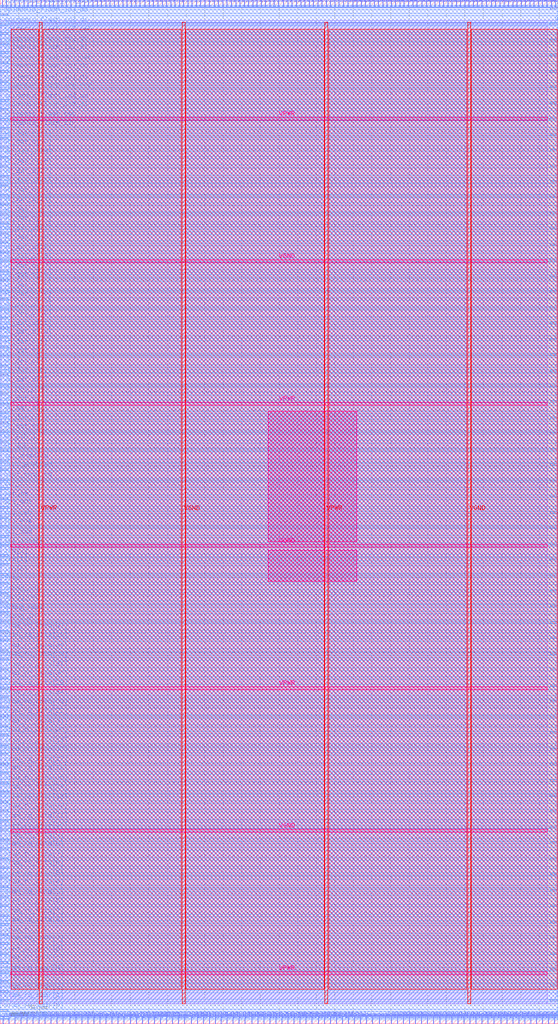
<source format=lef>
VERSION 5.7 ;
  NOWIREEXTENSIONATPIN ON ;
  DIVIDERCHAR "/" ;
  BUSBITCHARS "[]" ;
MACRO housekeeping
  CLASS BLOCK ;
  FOREIGN housekeeping ;
  ORIGIN 0.000 0.000 ;
  SIZE 300.230 BY 550.950 ;
  PIN VGND
    DIRECTION INPUT ;
    USE GROUND ;
    PORT
      LAYER met5 ;
        RECT 5.520 103.080 294.400 104.680 ;
    END
    PORT
      LAYER met5 ;
        RECT 5.520 256.260 294.400 257.860 ;
    END
    PORT
      LAYER met5 ;
        RECT 5.520 409.440 294.400 411.040 ;
    END
    PORT
      LAYER met4 ;
        RECT 97.840 10.640 99.440 538.800 ;
    END
    PORT
      LAYER met4 ;
        RECT 251.440 10.640 253.040 538.800 ;
    END
  END VGND
  PIN VPWR
    DIRECTION INPUT ;
    USE POWER ;
    PORT
      LAYER met5 ;
        RECT 5.520 26.490 294.400 28.090 ;
    END
    PORT
      LAYER met5 ;
        RECT 5.520 179.670 294.400 181.270 ;
    END
    PORT
      LAYER met5 ;
        RECT 5.520 332.850 294.400 334.450 ;
    END
    PORT
      LAYER met5 ;
        RECT 5.520 486.030 294.400 487.630 ;
    END
    PORT
      LAYER met4 ;
        RECT 21.040 10.640 22.640 538.800 ;
    END
    PORT
      LAYER met4 ;
        RECT 174.640 10.640 176.240 538.800 ;
    END
  END VPWR
  PIN debug_in
    DIRECTION OUTPUT TRISTATE ;
    USE SIGNAL ;
    PORT
      LAYER met3 ;
        RECT 0.000 216.280 4.000 216.880 ;
    END
  END debug_in
  PIN debug_mode
    DIRECTION INPUT ;
    USE SIGNAL ;
    PORT
      LAYER met3 ;
        RECT 0.000 221.040 4.000 221.640 ;
    END
  END debug_mode
  PIN debug_oeb
    DIRECTION INPUT ;
    USE SIGNAL ;
    PORT
      LAYER met3 ;
        RECT 0.000 226.480 4.000 227.080 ;
    END
  END debug_oeb
  PIN debug_out
    DIRECTION INPUT ;
    USE SIGNAL ;
    PORT
      LAYER met3 ;
        RECT 0.000 231.240 4.000 231.840 ;
    END
  END debug_out
  PIN irq[0]
    DIRECTION OUTPUT TRISTATE ;
    USE SIGNAL ;
    PORT
      LAYER met3 ;
        RECT 0.000 241.440 4.000 242.040 ;
    END
  END irq[0]
  PIN irq[1]
    DIRECTION OUTPUT TRISTATE ;
    USE SIGNAL ;
    PORT
      LAYER met3 ;
        RECT 0.000 246.880 4.000 247.480 ;
    END
  END irq[1]
  PIN irq[2]
    DIRECTION OUTPUT TRISTATE ;
    USE SIGNAL ;
    PORT
      LAYER met3 ;
        RECT 0.000 251.640 4.000 252.240 ;
    END
  END irq[2]
  PIN mask_rev_in[0]
    DIRECTION INPUT ;
    USE SIGNAL ;
    PORT
      LAYER met2 ;
        RECT 184.090 0.000 184.370 4.000 ;
    END
  END mask_rev_in[0]
  PIN mask_rev_in[10]
    DIRECTION INPUT ;
    USE SIGNAL ;
    PORT
      LAYER met2 ;
        RECT 216.750 0.000 217.030 4.000 ;
    END
  END mask_rev_in[10]
  PIN mask_rev_in[11]
    DIRECTION INPUT ;
    USE SIGNAL ;
    PORT
      LAYER met2 ;
        RECT 219.970 0.000 220.250 4.000 ;
    END
  END mask_rev_in[11]
  PIN mask_rev_in[12]
    DIRECTION INPUT ;
    USE SIGNAL ;
    PORT
      LAYER met2 ;
        RECT 223.190 0.000 223.470 4.000 ;
    END
  END mask_rev_in[12]
  PIN mask_rev_in[13]
    DIRECTION INPUT ;
    USE SIGNAL ;
    PORT
      LAYER met2 ;
        RECT 226.410 0.000 226.690 4.000 ;
    END
  END mask_rev_in[13]
  PIN mask_rev_in[14]
    DIRECTION INPUT ;
    USE SIGNAL ;
    PORT
      LAYER met2 ;
        RECT 229.630 0.000 229.910 4.000 ;
    END
  END mask_rev_in[14]
  PIN mask_rev_in[15]
    DIRECTION INPUT ;
    USE SIGNAL ;
    PORT
      LAYER met2 ;
        RECT 232.850 0.000 233.130 4.000 ;
    END
  END mask_rev_in[15]
  PIN mask_rev_in[16]
    DIRECTION INPUT ;
    USE SIGNAL ;
    PORT
      LAYER met2 ;
        RECT 236.530 0.000 236.810 4.000 ;
    END
  END mask_rev_in[16]
  PIN mask_rev_in[17]
    DIRECTION INPUT ;
    USE SIGNAL ;
    PORT
      LAYER met2 ;
        RECT 239.750 0.000 240.030 4.000 ;
    END
  END mask_rev_in[17]
  PIN mask_rev_in[18]
    DIRECTION INPUT ;
    USE SIGNAL ;
    PORT
      LAYER met2 ;
        RECT 242.970 0.000 243.250 4.000 ;
    END
  END mask_rev_in[18]
  PIN mask_rev_in[19]
    DIRECTION INPUT ;
    USE SIGNAL ;
    PORT
      LAYER met2 ;
        RECT 246.190 0.000 246.470 4.000 ;
    END
  END mask_rev_in[19]
  PIN mask_rev_in[1]
    DIRECTION INPUT ;
    USE SIGNAL ;
    PORT
      LAYER met2 ;
        RECT 187.310 0.000 187.590 4.000 ;
    END
  END mask_rev_in[1]
  PIN mask_rev_in[20]
    DIRECTION INPUT ;
    USE SIGNAL ;
    PORT
      LAYER met2 ;
        RECT 249.410 0.000 249.690 4.000 ;
    END
  END mask_rev_in[20]
  PIN mask_rev_in[21]
    DIRECTION INPUT ;
    USE SIGNAL ;
    PORT
      LAYER met2 ;
        RECT 252.630 0.000 252.910 4.000 ;
    END
  END mask_rev_in[21]
  PIN mask_rev_in[22]
    DIRECTION INPUT ;
    USE SIGNAL ;
    PORT
      LAYER met2 ;
        RECT 255.850 0.000 256.130 4.000 ;
    END
  END mask_rev_in[22]
  PIN mask_rev_in[23]
    DIRECTION INPUT ;
    USE SIGNAL ;
    PORT
      LAYER met2 ;
        RECT 259.070 0.000 259.350 4.000 ;
    END
  END mask_rev_in[23]
  PIN mask_rev_in[24]
    DIRECTION INPUT ;
    USE SIGNAL ;
    PORT
      LAYER met2 ;
        RECT 262.290 0.000 262.570 4.000 ;
    END
  END mask_rev_in[24]
  PIN mask_rev_in[25]
    DIRECTION INPUT ;
    USE SIGNAL ;
    PORT
      LAYER met2 ;
        RECT 265.510 0.000 265.790 4.000 ;
    END
  END mask_rev_in[25]
  PIN mask_rev_in[26]
    DIRECTION INPUT ;
    USE SIGNAL ;
    PORT
      LAYER met2 ;
        RECT 269.190 0.000 269.470 4.000 ;
    END
  END mask_rev_in[26]
  PIN mask_rev_in[27]
    DIRECTION INPUT ;
    USE SIGNAL ;
    PORT
      LAYER met2 ;
        RECT 272.410 0.000 272.690 4.000 ;
    END
  END mask_rev_in[27]
  PIN mask_rev_in[28]
    DIRECTION INPUT ;
    USE SIGNAL ;
    PORT
      LAYER met2 ;
        RECT 275.630 0.000 275.910 4.000 ;
    END
  END mask_rev_in[28]
  PIN mask_rev_in[29]
    DIRECTION INPUT ;
    USE SIGNAL ;
    PORT
      LAYER met2 ;
        RECT 278.850 0.000 279.130 4.000 ;
    END
  END mask_rev_in[29]
  PIN mask_rev_in[2]
    DIRECTION INPUT ;
    USE SIGNAL ;
    PORT
      LAYER met2 ;
        RECT 190.530 0.000 190.810 4.000 ;
    END
  END mask_rev_in[2]
  PIN mask_rev_in[30]
    DIRECTION INPUT ;
    USE SIGNAL ;
    PORT
      LAYER met2 ;
        RECT 282.070 0.000 282.350 4.000 ;
    END
  END mask_rev_in[30]
  PIN mask_rev_in[31]
    DIRECTION INPUT ;
    USE SIGNAL ;
    PORT
      LAYER met2 ;
        RECT 285.290 0.000 285.570 4.000 ;
    END
  END mask_rev_in[31]
  PIN mask_rev_in[3]
    DIRECTION INPUT ;
    USE SIGNAL ;
    PORT
      LAYER met2 ;
        RECT 193.750 0.000 194.030 4.000 ;
    END
  END mask_rev_in[3]
  PIN mask_rev_in[4]
    DIRECTION INPUT ;
    USE SIGNAL ;
    PORT
      LAYER met2 ;
        RECT 196.970 0.000 197.250 4.000 ;
    END
  END mask_rev_in[4]
  PIN mask_rev_in[5]
    DIRECTION INPUT ;
    USE SIGNAL ;
    PORT
      LAYER met2 ;
        RECT 200.190 0.000 200.470 4.000 ;
    END
  END mask_rev_in[5]
  PIN mask_rev_in[6]
    DIRECTION INPUT ;
    USE SIGNAL ;
    PORT
      LAYER met2 ;
        RECT 203.870 0.000 204.150 4.000 ;
    END
  END mask_rev_in[6]
  PIN mask_rev_in[7]
    DIRECTION INPUT ;
    USE SIGNAL ;
    PORT
      LAYER met2 ;
        RECT 207.090 0.000 207.370 4.000 ;
    END
  END mask_rev_in[7]
  PIN mask_rev_in[8]
    DIRECTION INPUT ;
    USE SIGNAL ;
    PORT
      LAYER met2 ;
        RECT 210.310 0.000 210.590 4.000 ;
    END
  END mask_rev_in[8]
  PIN mask_rev_in[9]
    DIRECTION INPUT ;
    USE SIGNAL ;
    PORT
      LAYER met2 ;
        RECT 213.530 0.000 213.810 4.000 ;
    END
  END mask_rev_in[9]
  PIN mgmt_gpio_in[0]
    DIRECTION INPUT ;
    USE SIGNAL ;
    PORT
      LAYER met3 ;
        RECT 296.230 46.280 300.230 46.880 ;
    END
  END mgmt_gpio_in[0]
  PIN mgmt_gpio_in[10]
    DIRECTION INPUT ;
    USE SIGNAL ;
    PORT
      LAYER met3 ;
        RECT 296.230 300.600 300.230 301.200 ;
    END
  END mgmt_gpio_in[10]
  PIN mgmt_gpio_in[11]
    DIRECTION INPUT ;
    USE SIGNAL ;
    PORT
      LAYER met3 ;
        RECT 296.230 325.760 300.230 326.360 ;
    END
  END mgmt_gpio_in[11]
  PIN mgmt_gpio_in[12]
    DIRECTION INPUT ;
    USE SIGNAL ;
    PORT
      LAYER met3 ;
        RECT 296.230 350.920 300.230 351.520 ;
    END
  END mgmt_gpio_in[12]
  PIN mgmt_gpio_in[13]
    DIRECTION INPUT ;
    USE SIGNAL ;
    PORT
      LAYER met3 ;
        RECT 296.230 376.760 300.230 377.360 ;
    END
  END mgmt_gpio_in[13]
  PIN mgmt_gpio_in[14]
    DIRECTION INPUT ;
    USE SIGNAL ;
    PORT
      LAYER met3 ;
        RECT 296.230 401.920 300.230 402.520 ;
    END
  END mgmt_gpio_in[14]
  PIN mgmt_gpio_in[15]
    DIRECTION INPUT ;
    USE SIGNAL ;
    PORT
      LAYER met3 ;
        RECT 296.230 427.760 300.230 428.360 ;
    END
  END mgmt_gpio_in[15]
  PIN mgmt_gpio_in[16]
    DIRECTION INPUT ;
    USE SIGNAL ;
    PORT
      LAYER met3 ;
        RECT 296.230 452.920 300.230 453.520 ;
    END
  END mgmt_gpio_in[16]
  PIN mgmt_gpio_in[17]
    DIRECTION INPUT ;
    USE SIGNAL ;
    PORT
      LAYER met3 ;
        RECT 296.230 478.080 300.230 478.680 ;
    END
  END mgmt_gpio_in[17]
  PIN mgmt_gpio_in[18]
    DIRECTION INPUT ;
    USE SIGNAL ;
    PORT
      LAYER met3 ;
        RECT 296.230 503.920 300.230 504.520 ;
    END
  END mgmt_gpio_in[18]
  PIN mgmt_gpio_in[19]
    DIRECTION INPUT ;
    USE SIGNAL ;
    PORT
      LAYER met3 ;
        RECT 296.230 529.080 300.230 529.680 ;
    END
  END mgmt_gpio_in[19]
  PIN mgmt_gpio_in[1]
    DIRECTION INPUT ;
    USE SIGNAL ;
    PORT
      LAYER met3 ;
        RECT 296.230 71.440 300.230 72.040 ;
    END
  END mgmt_gpio_in[1]
  PIN mgmt_gpio_in[20]
    DIRECTION INPUT ;
    USE SIGNAL ;
    PORT
      LAYER met2 ;
        RECT 175.350 546.950 175.630 550.950 ;
    END
  END mgmt_gpio_in[20]
  PIN mgmt_gpio_in[21]
    DIRECTION INPUT ;
    USE SIGNAL ;
    PORT
      LAYER met2 ;
        RECT 182.250 546.950 182.530 550.950 ;
    END
  END mgmt_gpio_in[21]
  PIN mgmt_gpio_in[22]
    DIRECTION INPUT ;
    USE SIGNAL ;
    PORT
      LAYER met2 ;
        RECT 189.610 546.950 189.890 550.950 ;
    END
  END mgmt_gpio_in[22]
  PIN mgmt_gpio_in[23]
    DIRECTION INPUT ;
    USE SIGNAL ;
    PORT
      LAYER met2 ;
        RECT 196.510 546.950 196.790 550.950 ;
    END
  END mgmt_gpio_in[23]
  PIN mgmt_gpio_in[24]
    DIRECTION INPUT ;
    USE SIGNAL ;
    PORT
      LAYER met2 ;
        RECT 203.410 546.950 203.690 550.950 ;
    END
  END mgmt_gpio_in[24]
  PIN mgmt_gpio_in[25]
    DIRECTION INPUT ;
    USE SIGNAL ;
    PORT
      LAYER met2 ;
        RECT 210.310 546.950 210.590 550.950 ;
    END
  END mgmt_gpio_in[25]
  PIN mgmt_gpio_in[26]
    DIRECTION INPUT ;
    USE SIGNAL ;
    PORT
      LAYER met2 ;
        RECT 217.210 546.950 217.490 550.950 ;
    END
  END mgmt_gpio_in[26]
  PIN mgmt_gpio_in[27]
    DIRECTION INPUT ;
    USE SIGNAL ;
    PORT
      LAYER met2 ;
        RECT 224.110 546.950 224.390 550.950 ;
    END
  END mgmt_gpio_in[27]
  PIN mgmt_gpio_in[28]
    DIRECTION INPUT ;
    USE SIGNAL ;
    PORT
      LAYER met2 ;
        RECT 231.470 546.950 231.750 550.950 ;
    END
  END mgmt_gpio_in[28]
  PIN mgmt_gpio_in[29]
    DIRECTION INPUT ;
    USE SIGNAL ;
    PORT
      LAYER met2 ;
        RECT 238.370 546.950 238.650 550.950 ;
    END
  END mgmt_gpio_in[29]
  PIN mgmt_gpio_in[2]
    DIRECTION INPUT ;
    USE SIGNAL ;
    PORT
      LAYER met3 ;
        RECT 296.230 97.280 300.230 97.880 ;
    END
  END mgmt_gpio_in[2]
  PIN mgmt_gpio_in[30]
    DIRECTION INPUT ;
    USE SIGNAL ;
    PORT
      LAYER met2 ;
        RECT 245.270 546.950 245.550 550.950 ;
    END
  END mgmt_gpio_in[30]
  PIN mgmt_gpio_in[31]
    DIRECTION INPUT ;
    USE SIGNAL ;
    PORT
      LAYER met2 ;
        RECT 252.170 546.950 252.450 550.950 ;
    END
  END mgmt_gpio_in[31]
  PIN mgmt_gpio_in[32]
    DIRECTION INPUT ;
    USE SIGNAL ;
    PORT
      LAYER met2 ;
        RECT 259.070 546.950 259.350 550.950 ;
    END
  END mgmt_gpio_in[32]
  PIN mgmt_gpio_in[33]
    DIRECTION INPUT ;
    USE SIGNAL ;
    PORT
      LAYER met2 ;
        RECT 266.430 546.950 266.710 550.950 ;
    END
  END mgmt_gpio_in[33]
  PIN mgmt_gpio_in[34]
    DIRECTION INPUT ;
    USE SIGNAL ;
    PORT
      LAYER met2 ;
        RECT 273.330 546.950 273.610 550.950 ;
    END
  END mgmt_gpio_in[34]
  PIN mgmt_gpio_in[35]
    DIRECTION INPUT ;
    USE SIGNAL ;
    PORT
      LAYER met2 ;
        RECT 280.230 546.950 280.510 550.950 ;
    END
  END mgmt_gpio_in[35]
  PIN mgmt_gpio_in[36]
    DIRECTION INPUT ;
    USE SIGNAL ;
    PORT
      LAYER met2 ;
        RECT 287.130 546.950 287.410 550.950 ;
    END
  END mgmt_gpio_in[36]
  PIN mgmt_gpio_in[37]
    DIRECTION INPUT ;
    USE SIGNAL ;
    PORT
      LAYER met2 ;
        RECT 294.030 546.950 294.310 550.950 ;
    END
  END mgmt_gpio_in[37]
  PIN mgmt_gpio_in[3]
    DIRECTION INPUT ;
    USE SIGNAL ;
    PORT
      LAYER met3 ;
        RECT 296.230 122.440 300.230 123.040 ;
    END
  END mgmt_gpio_in[3]
  PIN mgmt_gpio_in[4]
    DIRECTION INPUT ;
    USE SIGNAL ;
    PORT
      LAYER met3 ;
        RECT 296.230 147.600 300.230 148.200 ;
    END
  END mgmt_gpio_in[4]
  PIN mgmt_gpio_in[5]
    DIRECTION INPUT ;
    USE SIGNAL ;
    PORT
      LAYER met3 ;
        RECT 296.230 173.440 300.230 174.040 ;
    END
  END mgmt_gpio_in[5]
  PIN mgmt_gpio_in[6]
    DIRECTION INPUT ;
    USE SIGNAL ;
    PORT
      LAYER met3 ;
        RECT 296.230 198.600 300.230 199.200 ;
    END
  END mgmt_gpio_in[6]
  PIN mgmt_gpio_in[7]
    DIRECTION INPUT ;
    USE SIGNAL ;
    PORT
      LAYER met3 ;
        RECT 296.230 224.440 300.230 225.040 ;
    END
  END mgmt_gpio_in[7]
  PIN mgmt_gpio_in[8]
    DIRECTION INPUT ;
    USE SIGNAL ;
    PORT
      LAYER met3 ;
        RECT 296.230 249.600 300.230 250.200 ;
    END
  END mgmt_gpio_in[8]
  PIN mgmt_gpio_in[9]
    DIRECTION INPUT ;
    USE SIGNAL ;
    PORT
      LAYER met3 ;
        RECT 296.230 274.760 300.230 275.360 ;
    END
  END mgmt_gpio_in[9]
  PIN mgmt_gpio_oeb[0]
    DIRECTION OUTPUT TRISTATE ;
    USE SIGNAL ;
    PORT
      LAYER met3 ;
        RECT 296.230 54.440 300.230 55.040 ;
    END
  END mgmt_gpio_oeb[0]
  PIN mgmt_gpio_oeb[10]
    DIRECTION OUTPUT TRISTATE ;
    USE SIGNAL ;
    PORT
      LAYER met3 ;
        RECT 296.230 308.760 300.230 309.360 ;
    END
  END mgmt_gpio_oeb[10]
  PIN mgmt_gpio_oeb[11]
    DIRECTION OUTPUT TRISTATE ;
    USE SIGNAL ;
    PORT
      LAYER met3 ;
        RECT 296.230 334.600 300.230 335.200 ;
    END
  END mgmt_gpio_oeb[11]
  PIN mgmt_gpio_oeb[12]
    DIRECTION OUTPUT TRISTATE ;
    USE SIGNAL ;
    PORT
      LAYER met3 ;
        RECT 296.230 359.760 300.230 360.360 ;
    END
  END mgmt_gpio_oeb[12]
  PIN mgmt_gpio_oeb[13]
    DIRECTION OUTPUT TRISTATE ;
    USE SIGNAL ;
    PORT
      LAYER met3 ;
        RECT 296.230 384.920 300.230 385.520 ;
    END
  END mgmt_gpio_oeb[13]
  PIN mgmt_gpio_oeb[14]
    DIRECTION OUTPUT TRISTATE ;
    USE SIGNAL ;
    PORT
      LAYER met3 ;
        RECT 296.230 410.760 300.230 411.360 ;
    END
  END mgmt_gpio_oeb[14]
  PIN mgmt_gpio_oeb[15]
    DIRECTION OUTPUT TRISTATE ;
    USE SIGNAL ;
    PORT
      LAYER met3 ;
        RECT 296.230 435.920 300.230 436.520 ;
    END
  END mgmt_gpio_oeb[15]
  PIN mgmt_gpio_oeb[16]
    DIRECTION OUTPUT TRISTATE ;
    USE SIGNAL ;
    PORT
      LAYER met3 ;
        RECT 296.230 461.080 300.230 461.680 ;
    END
  END mgmt_gpio_oeb[16]
  PIN mgmt_gpio_oeb[17]
    DIRECTION OUTPUT TRISTATE ;
    USE SIGNAL ;
    PORT
      LAYER met3 ;
        RECT 296.230 486.920 300.230 487.520 ;
    END
  END mgmt_gpio_oeb[17]
  PIN mgmt_gpio_oeb[18]
    DIRECTION OUTPUT TRISTATE ;
    USE SIGNAL ;
    PORT
      LAYER met3 ;
        RECT 296.230 512.080 300.230 512.680 ;
    END
  END mgmt_gpio_oeb[18]
  PIN mgmt_gpio_oeb[19]
    DIRECTION OUTPUT TRISTATE ;
    USE SIGNAL ;
    PORT
      LAYER met3 ;
        RECT 296.230 537.920 300.230 538.520 ;
    END
  END mgmt_gpio_oeb[19]
  PIN mgmt_gpio_oeb[1]
    DIRECTION OUTPUT TRISTATE ;
    USE SIGNAL ;
    PORT
      LAYER met3 ;
        RECT 296.230 80.280 300.230 80.880 ;
    END
  END mgmt_gpio_oeb[1]
  PIN mgmt_gpio_oeb[20]
    DIRECTION OUTPUT TRISTATE ;
    USE SIGNAL ;
    PORT
      LAYER met2 ;
        RECT 177.650 546.950 177.930 550.950 ;
    END
  END mgmt_gpio_oeb[20]
  PIN mgmt_gpio_oeb[21]
    DIRECTION OUTPUT TRISTATE ;
    USE SIGNAL ;
    PORT
      LAYER met2 ;
        RECT 184.550 546.950 184.830 550.950 ;
    END
  END mgmt_gpio_oeb[21]
  PIN mgmt_gpio_oeb[22]
    DIRECTION OUTPUT TRISTATE ;
    USE SIGNAL ;
    PORT
      LAYER met2 ;
        RECT 191.910 546.950 192.190 550.950 ;
    END
  END mgmt_gpio_oeb[22]
  PIN mgmt_gpio_oeb[23]
    DIRECTION OUTPUT TRISTATE ;
    USE SIGNAL ;
    PORT
      LAYER met2 ;
        RECT 198.810 546.950 199.090 550.950 ;
    END
  END mgmt_gpio_oeb[23]
  PIN mgmt_gpio_oeb[24]
    DIRECTION OUTPUT TRISTATE ;
    USE SIGNAL ;
    PORT
      LAYER met2 ;
        RECT 205.710 546.950 205.990 550.950 ;
    END
  END mgmt_gpio_oeb[24]
  PIN mgmt_gpio_oeb[25]
    DIRECTION OUTPUT TRISTATE ;
    USE SIGNAL ;
    PORT
      LAYER met2 ;
        RECT 212.610 546.950 212.890 550.950 ;
    END
  END mgmt_gpio_oeb[25]
  PIN mgmt_gpio_oeb[26]
    DIRECTION OUTPUT TRISTATE ;
    USE SIGNAL ;
    PORT
      LAYER met2 ;
        RECT 219.510 546.950 219.790 550.950 ;
    END
  END mgmt_gpio_oeb[26]
  PIN mgmt_gpio_oeb[27]
    DIRECTION OUTPUT TRISTATE ;
    USE SIGNAL ;
    PORT
      LAYER met2 ;
        RECT 226.870 546.950 227.150 550.950 ;
    END
  END mgmt_gpio_oeb[27]
  PIN mgmt_gpio_oeb[28]
    DIRECTION OUTPUT TRISTATE ;
    USE SIGNAL ;
    PORT
      LAYER met2 ;
        RECT 233.770 546.950 234.050 550.950 ;
    END
  END mgmt_gpio_oeb[28]
  PIN mgmt_gpio_oeb[29]
    DIRECTION OUTPUT TRISTATE ;
    USE SIGNAL ;
    PORT
      LAYER met2 ;
        RECT 240.670 546.950 240.950 550.950 ;
    END
  END mgmt_gpio_oeb[29]
  PIN mgmt_gpio_oeb[2]
    DIRECTION OUTPUT TRISTATE ;
    USE SIGNAL ;
    PORT
      LAYER met3 ;
        RECT 296.230 105.440 300.230 106.040 ;
    END
  END mgmt_gpio_oeb[2]
  PIN mgmt_gpio_oeb[30]
    DIRECTION OUTPUT TRISTATE ;
    USE SIGNAL ;
    PORT
      LAYER met2 ;
        RECT 247.570 546.950 247.850 550.950 ;
    END
  END mgmt_gpio_oeb[30]
  PIN mgmt_gpio_oeb[31]
    DIRECTION OUTPUT TRISTATE ;
    USE SIGNAL ;
    PORT
      LAYER met2 ;
        RECT 254.470 546.950 254.750 550.950 ;
    END
  END mgmt_gpio_oeb[31]
  PIN mgmt_gpio_oeb[32]
    DIRECTION OUTPUT TRISTATE ;
    USE SIGNAL ;
    PORT
      LAYER met2 ;
        RECT 261.370 546.950 261.650 550.950 ;
    END
  END mgmt_gpio_oeb[32]
  PIN mgmt_gpio_oeb[33]
    DIRECTION OUTPUT TRISTATE ;
    USE SIGNAL ;
    PORT
      LAYER met2 ;
        RECT 268.730 546.950 269.010 550.950 ;
    END
  END mgmt_gpio_oeb[33]
  PIN mgmt_gpio_oeb[34]
    DIRECTION OUTPUT TRISTATE ;
    USE SIGNAL ;
    PORT
      LAYER met2 ;
        RECT 275.630 546.950 275.910 550.950 ;
    END
  END mgmt_gpio_oeb[34]
  PIN mgmt_gpio_oeb[35]
    DIRECTION OUTPUT TRISTATE ;
    USE SIGNAL ;
    PORT
      LAYER met2 ;
        RECT 282.530 546.950 282.810 550.950 ;
    END
  END mgmt_gpio_oeb[35]
  PIN mgmt_gpio_oeb[36]
    DIRECTION OUTPUT TRISTATE ;
    USE SIGNAL ;
    PORT
      LAYER met2 ;
        RECT 289.430 546.950 289.710 550.950 ;
    END
  END mgmt_gpio_oeb[36]
  PIN mgmt_gpio_oeb[37]
    DIRECTION OUTPUT TRISTATE ;
    USE SIGNAL ;
    PORT
      LAYER met2 ;
        RECT 296.330 546.950 296.610 550.950 ;
    END
  END mgmt_gpio_oeb[37]
  PIN mgmt_gpio_oeb[3]
    DIRECTION OUTPUT TRISTATE ;
    USE SIGNAL ;
    PORT
      LAYER met3 ;
        RECT 296.230 130.600 300.230 131.200 ;
    END
  END mgmt_gpio_oeb[3]
  PIN mgmt_gpio_oeb[4]
    DIRECTION OUTPUT TRISTATE ;
    USE SIGNAL ;
    PORT
      LAYER met3 ;
        RECT 296.230 156.440 300.230 157.040 ;
    END
  END mgmt_gpio_oeb[4]
  PIN mgmt_gpio_oeb[5]
    DIRECTION OUTPUT TRISTATE ;
    USE SIGNAL ;
    PORT
      LAYER met3 ;
        RECT 296.230 181.600 300.230 182.200 ;
    END
  END mgmt_gpio_oeb[5]
  PIN mgmt_gpio_oeb[6]
    DIRECTION OUTPUT TRISTATE ;
    USE SIGNAL ;
    PORT
      LAYER met3 ;
        RECT 296.230 207.440 300.230 208.040 ;
    END
  END mgmt_gpio_oeb[6]
  PIN mgmt_gpio_oeb[7]
    DIRECTION OUTPUT TRISTATE ;
    USE SIGNAL ;
    PORT
      LAYER met3 ;
        RECT 296.230 232.600 300.230 233.200 ;
    END
  END mgmt_gpio_oeb[7]
  PIN mgmt_gpio_oeb[8]
    DIRECTION OUTPUT TRISTATE ;
    USE SIGNAL ;
    PORT
      LAYER met3 ;
        RECT 296.230 257.760 300.230 258.360 ;
    END
  END mgmt_gpio_oeb[8]
  PIN mgmt_gpio_oeb[9]
    DIRECTION OUTPUT TRISTATE ;
    USE SIGNAL ;
    PORT
      LAYER met3 ;
        RECT 296.230 283.600 300.230 284.200 ;
    END
  END mgmt_gpio_oeb[9]
  PIN mgmt_gpio_out[0]
    DIRECTION OUTPUT TRISTATE ;
    USE SIGNAL ;
    PORT
      LAYER met3 ;
        RECT 296.230 63.280 300.230 63.880 ;
    END
  END mgmt_gpio_out[0]
  PIN mgmt_gpio_out[10]
    DIRECTION OUTPUT TRISTATE ;
    USE SIGNAL ;
    PORT
      LAYER met3 ;
        RECT 296.230 317.600 300.230 318.200 ;
    END
  END mgmt_gpio_out[10]
  PIN mgmt_gpio_out[11]
    DIRECTION OUTPUT TRISTATE ;
    USE SIGNAL ;
    PORT
      LAYER met3 ;
        RECT 296.230 342.760 300.230 343.360 ;
    END
  END mgmt_gpio_out[11]
  PIN mgmt_gpio_out[12]
    DIRECTION OUTPUT TRISTATE ;
    USE SIGNAL ;
    PORT
      LAYER met3 ;
        RECT 296.230 367.920 300.230 368.520 ;
    END
  END mgmt_gpio_out[12]
  PIN mgmt_gpio_out[13]
    DIRECTION OUTPUT TRISTATE ;
    USE SIGNAL ;
    PORT
      LAYER met3 ;
        RECT 296.230 393.760 300.230 394.360 ;
    END
  END mgmt_gpio_out[13]
  PIN mgmt_gpio_out[14]
    DIRECTION OUTPUT TRISTATE ;
    USE SIGNAL ;
    PORT
      LAYER met3 ;
        RECT 296.230 418.920 300.230 419.520 ;
    END
  END mgmt_gpio_out[14]
  PIN mgmt_gpio_out[15]
    DIRECTION OUTPUT TRISTATE ;
    USE SIGNAL ;
    PORT
      LAYER met3 ;
        RECT 296.230 444.760 300.230 445.360 ;
    END
  END mgmt_gpio_out[15]
  PIN mgmt_gpio_out[16]
    DIRECTION OUTPUT TRISTATE ;
    USE SIGNAL ;
    PORT
      LAYER met3 ;
        RECT 296.230 469.920 300.230 470.520 ;
    END
  END mgmt_gpio_out[16]
  PIN mgmt_gpio_out[17]
    DIRECTION OUTPUT TRISTATE ;
    USE SIGNAL ;
    PORT
      LAYER met3 ;
        RECT 296.230 495.080 300.230 495.680 ;
    END
  END mgmt_gpio_out[17]
  PIN mgmt_gpio_out[18]
    DIRECTION OUTPUT TRISTATE ;
    USE SIGNAL ;
    PORT
      LAYER met3 ;
        RECT 296.230 520.920 300.230 521.520 ;
    END
  END mgmt_gpio_out[18]
  PIN mgmt_gpio_out[19]
    DIRECTION OUTPUT TRISTATE ;
    USE SIGNAL ;
    PORT
      LAYER met3 ;
        RECT 296.230 546.080 300.230 546.680 ;
    END
  END mgmt_gpio_out[19]
  PIN mgmt_gpio_out[1]
    DIRECTION OUTPUT TRISTATE ;
    USE SIGNAL ;
    PORT
      LAYER met3 ;
        RECT 296.230 88.440 300.230 89.040 ;
    END
  END mgmt_gpio_out[1]
  PIN mgmt_gpio_out[20]
    DIRECTION OUTPUT TRISTATE ;
    USE SIGNAL ;
    PORT
      LAYER met2 ;
        RECT 179.950 546.950 180.230 550.950 ;
    END
  END mgmt_gpio_out[20]
  PIN mgmt_gpio_out[21]
    DIRECTION OUTPUT TRISTATE ;
    USE SIGNAL ;
    PORT
      LAYER met2 ;
        RECT 186.850 546.950 187.130 550.950 ;
    END
  END mgmt_gpio_out[21]
  PIN mgmt_gpio_out[22]
    DIRECTION OUTPUT TRISTATE ;
    USE SIGNAL ;
    PORT
      LAYER met2 ;
        RECT 194.210 546.950 194.490 550.950 ;
    END
  END mgmt_gpio_out[22]
  PIN mgmt_gpio_out[23]
    DIRECTION OUTPUT TRISTATE ;
    USE SIGNAL ;
    PORT
      LAYER met2 ;
        RECT 201.110 546.950 201.390 550.950 ;
    END
  END mgmt_gpio_out[23]
  PIN mgmt_gpio_out[24]
    DIRECTION OUTPUT TRISTATE ;
    USE SIGNAL ;
    PORT
      LAYER met2 ;
        RECT 208.010 546.950 208.290 550.950 ;
    END
  END mgmt_gpio_out[24]
  PIN mgmt_gpio_out[25]
    DIRECTION OUTPUT TRISTATE ;
    USE SIGNAL ;
    PORT
      LAYER met2 ;
        RECT 214.910 546.950 215.190 550.950 ;
    END
  END mgmt_gpio_out[25]
  PIN mgmt_gpio_out[26]
    DIRECTION OUTPUT TRISTATE ;
    USE SIGNAL ;
    PORT
      LAYER met2 ;
        RECT 221.810 546.950 222.090 550.950 ;
    END
  END mgmt_gpio_out[26]
  PIN mgmt_gpio_out[27]
    DIRECTION OUTPUT TRISTATE ;
    USE SIGNAL ;
    PORT
      LAYER met2 ;
        RECT 229.170 546.950 229.450 550.950 ;
    END
  END mgmt_gpio_out[27]
  PIN mgmt_gpio_out[28]
    DIRECTION OUTPUT TRISTATE ;
    USE SIGNAL ;
    PORT
      LAYER met2 ;
        RECT 236.070 546.950 236.350 550.950 ;
    END
  END mgmt_gpio_out[28]
  PIN mgmt_gpio_out[29]
    DIRECTION OUTPUT TRISTATE ;
    USE SIGNAL ;
    PORT
      LAYER met2 ;
        RECT 242.970 546.950 243.250 550.950 ;
    END
  END mgmt_gpio_out[29]
  PIN mgmt_gpio_out[2]
    DIRECTION OUTPUT TRISTATE ;
    USE SIGNAL ;
    PORT
      LAYER met3 ;
        RECT 296.230 114.280 300.230 114.880 ;
    END
  END mgmt_gpio_out[2]
  PIN mgmt_gpio_out[30]
    DIRECTION OUTPUT TRISTATE ;
    USE SIGNAL ;
    PORT
      LAYER met2 ;
        RECT 249.870 546.950 250.150 550.950 ;
    END
  END mgmt_gpio_out[30]
  PIN mgmt_gpio_out[31]
    DIRECTION OUTPUT TRISTATE ;
    USE SIGNAL ;
    PORT
      LAYER met2 ;
        RECT 256.770 546.950 257.050 550.950 ;
    END
  END mgmt_gpio_out[31]
  PIN mgmt_gpio_out[32]
    DIRECTION OUTPUT TRISTATE ;
    USE SIGNAL ;
    PORT
      LAYER met2 ;
        RECT 264.130 546.950 264.410 550.950 ;
    END
  END mgmt_gpio_out[32]
  PIN mgmt_gpio_out[33]
    DIRECTION OUTPUT TRISTATE ;
    USE SIGNAL ;
    PORT
      LAYER met2 ;
        RECT 271.030 546.950 271.310 550.950 ;
    END
  END mgmt_gpio_out[33]
  PIN mgmt_gpio_out[34]
    DIRECTION OUTPUT TRISTATE ;
    USE SIGNAL ;
    PORT
      LAYER met2 ;
        RECT 277.930 546.950 278.210 550.950 ;
    END
  END mgmt_gpio_out[34]
  PIN mgmt_gpio_out[35]
    DIRECTION OUTPUT TRISTATE ;
    USE SIGNAL ;
    PORT
      LAYER met2 ;
        RECT 284.830 546.950 285.110 550.950 ;
    END
  END mgmt_gpio_out[35]
  PIN mgmt_gpio_out[36]
    DIRECTION OUTPUT TRISTATE ;
    USE SIGNAL ;
    PORT
      LAYER met2 ;
        RECT 291.730 546.950 292.010 550.950 ;
    END
  END mgmt_gpio_out[36]
  PIN mgmt_gpio_out[37]
    DIRECTION OUTPUT TRISTATE ;
    USE SIGNAL ;
    PORT
      LAYER met2 ;
        RECT 298.630 546.950 298.910 550.950 ;
    END
  END mgmt_gpio_out[37]
  PIN mgmt_gpio_out[3]
    DIRECTION OUTPUT TRISTATE ;
    USE SIGNAL ;
    PORT
      LAYER met3 ;
        RECT 296.230 139.440 300.230 140.040 ;
    END
  END mgmt_gpio_out[3]
  PIN mgmt_gpio_out[4]
    DIRECTION OUTPUT TRISTATE ;
    USE SIGNAL ;
    PORT
      LAYER met3 ;
        RECT 296.230 164.600 300.230 165.200 ;
    END
  END mgmt_gpio_out[4]
  PIN mgmt_gpio_out[5]
    DIRECTION OUTPUT TRISTATE ;
    USE SIGNAL ;
    PORT
      LAYER met3 ;
        RECT 296.230 190.440 300.230 191.040 ;
    END
  END mgmt_gpio_out[5]
  PIN mgmt_gpio_out[6]
    DIRECTION OUTPUT TRISTATE ;
    USE SIGNAL ;
    PORT
      LAYER met3 ;
        RECT 296.230 215.600 300.230 216.200 ;
    END
  END mgmt_gpio_out[6]
  PIN mgmt_gpio_out[7]
    DIRECTION OUTPUT TRISTATE ;
    USE SIGNAL ;
    PORT
      LAYER met3 ;
        RECT 296.230 240.760 300.230 241.360 ;
    END
  END mgmt_gpio_out[7]
  PIN mgmt_gpio_out[8]
    DIRECTION OUTPUT TRISTATE ;
    USE SIGNAL ;
    PORT
      LAYER met3 ;
        RECT 296.230 266.600 300.230 267.200 ;
    END
  END mgmt_gpio_out[8]
  PIN mgmt_gpio_out[9]
    DIRECTION OUTPUT TRISTATE ;
    USE SIGNAL ;
    PORT
      LAYER met3 ;
        RECT 296.230 291.760 300.230 292.360 ;
    END
  END mgmt_gpio_out[9]
  PIN pad_flash_clk
    DIRECTION OUTPUT TRISTATE ;
    USE SIGNAL ;
    PORT
      LAYER met2 ;
        RECT 1.470 0.000 1.750 4.000 ;
    END
  END pad_flash_clk
  PIN pad_flash_clk_oeb
    DIRECTION OUTPUT TRISTATE ;
    USE SIGNAL ;
    PORT
      LAYER met2 ;
        RECT 4.690 0.000 4.970 4.000 ;
    END
  END pad_flash_clk_oeb
  PIN pad_flash_csb
    DIRECTION OUTPUT TRISTATE ;
    USE SIGNAL ;
    PORT
      LAYER met2 ;
        RECT 7.910 0.000 8.190 4.000 ;
    END
  END pad_flash_csb
  PIN pad_flash_csb_oeb
    DIRECTION OUTPUT TRISTATE ;
    USE SIGNAL ;
    PORT
      LAYER met2 ;
        RECT 11.130 0.000 11.410 4.000 ;
    END
  END pad_flash_csb_oeb
  PIN pad_flash_io0_di
    DIRECTION INPUT ;
    USE SIGNAL ;
    PORT
      LAYER met2 ;
        RECT 14.350 0.000 14.630 4.000 ;
    END
  END pad_flash_io0_di
  PIN pad_flash_io0_do
    DIRECTION OUTPUT TRISTATE ;
    USE SIGNAL ;
    PORT
      LAYER met2 ;
        RECT 17.570 0.000 17.850 4.000 ;
    END
  END pad_flash_io0_do
  PIN pad_flash_io0_ieb
    DIRECTION OUTPUT TRISTATE ;
    USE SIGNAL ;
    PORT
      LAYER met2 ;
        RECT 20.790 0.000 21.070 4.000 ;
    END
  END pad_flash_io0_ieb
  PIN pad_flash_io0_oeb
    DIRECTION OUTPUT TRISTATE ;
    USE SIGNAL ;
    PORT
      LAYER met2 ;
        RECT 24.010 0.000 24.290 4.000 ;
    END
  END pad_flash_io0_oeb
  PIN pad_flash_io1_di
    DIRECTION INPUT ;
    USE SIGNAL ;
    PORT
      LAYER met2 ;
        RECT 27.230 0.000 27.510 4.000 ;
    END
  END pad_flash_io1_di
  PIN pad_flash_io1_do
    DIRECTION OUTPUT TRISTATE ;
    USE SIGNAL ;
    PORT
      LAYER met2 ;
        RECT 30.450 0.000 30.730 4.000 ;
    END
  END pad_flash_io1_do
  PIN pad_flash_io1_ieb
    DIRECTION OUTPUT TRISTATE ;
    USE SIGNAL ;
    PORT
      LAYER met2 ;
        RECT 33.670 0.000 33.950 4.000 ;
    END
  END pad_flash_io1_ieb
  PIN pad_flash_io1_oeb
    DIRECTION OUTPUT TRISTATE ;
    USE SIGNAL ;
    PORT
      LAYER met2 ;
        RECT 37.350 0.000 37.630 4.000 ;
    END
  END pad_flash_io1_oeb
  PIN pll90_sel[0]
    DIRECTION OUTPUT TRISTATE ;
    USE SIGNAL ;
    PORT
      LAYER met2 ;
        RECT 79.670 0.000 79.950 4.000 ;
    END
  END pll90_sel[0]
  PIN pll90_sel[1]
    DIRECTION OUTPUT TRISTATE ;
    USE SIGNAL ;
    PORT
      LAYER met2 ;
        RECT 82.890 0.000 83.170 4.000 ;
    END
  END pll90_sel[1]
  PIN pll90_sel[2]
    DIRECTION OUTPUT TRISTATE ;
    USE SIGNAL ;
    PORT
      LAYER met2 ;
        RECT 86.110 0.000 86.390 4.000 ;
    END
  END pll90_sel[2]
  PIN pll_bypass
    DIRECTION OUTPUT TRISTATE ;
    USE SIGNAL ;
    PORT
      LAYER met2 ;
        RECT 174.430 0.000 174.710 4.000 ;
    END
  END pll_bypass
  PIN pll_dco_ena
    DIRECTION OUTPUT TRISTATE ;
    USE SIGNAL ;
    PORT
      LAYER met2 ;
        RECT 50.230 0.000 50.510 4.000 ;
    END
  END pll_dco_ena
  PIN pll_div[0]
    DIRECTION OUTPUT TRISTATE ;
    USE SIGNAL ;
    PORT
      LAYER met2 ;
        RECT 53.450 0.000 53.730 4.000 ;
    END
  END pll_div[0]
  PIN pll_div[1]
    DIRECTION OUTPUT TRISTATE ;
    USE SIGNAL ;
    PORT
      LAYER met2 ;
        RECT 56.670 0.000 56.950 4.000 ;
    END
  END pll_div[1]
  PIN pll_div[2]
    DIRECTION OUTPUT TRISTATE ;
    USE SIGNAL ;
    PORT
      LAYER met2 ;
        RECT 59.890 0.000 60.170 4.000 ;
    END
  END pll_div[2]
  PIN pll_div[3]
    DIRECTION OUTPUT TRISTATE ;
    USE SIGNAL ;
    PORT
      LAYER met2 ;
        RECT 63.110 0.000 63.390 4.000 ;
    END
  END pll_div[3]
  PIN pll_div[4]
    DIRECTION OUTPUT TRISTATE ;
    USE SIGNAL ;
    PORT
      LAYER met2 ;
        RECT 66.330 0.000 66.610 4.000 ;
    END
  END pll_div[4]
  PIN pll_ena
    DIRECTION OUTPUT TRISTATE ;
    USE SIGNAL ;
    PORT
      LAYER met2 ;
        RECT 47.010 0.000 47.290 4.000 ;
    END
  END pll_ena
  PIN pll_sel[0]
    DIRECTION OUTPUT TRISTATE ;
    USE SIGNAL ;
    PORT
      LAYER met2 ;
        RECT 70.010 0.000 70.290 4.000 ;
    END
  END pll_sel[0]
  PIN pll_sel[1]
    DIRECTION OUTPUT TRISTATE ;
    USE SIGNAL ;
    PORT
      LAYER met2 ;
        RECT 73.230 0.000 73.510 4.000 ;
    END
  END pll_sel[1]
  PIN pll_sel[2]
    DIRECTION OUTPUT TRISTATE ;
    USE SIGNAL ;
    PORT
      LAYER met2 ;
        RECT 76.450 0.000 76.730 4.000 ;
    END
  END pll_sel[2]
  PIN pll_trim[0]
    DIRECTION OUTPUT TRISTATE ;
    USE SIGNAL ;
    PORT
      LAYER met2 ;
        RECT 89.330 0.000 89.610 4.000 ;
    END
  END pll_trim[0]
  PIN pll_trim[10]
    DIRECTION OUTPUT TRISTATE ;
    USE SIGNAL ;
    PORT
      LAYER met2 ;
        RECT 121.990 0.000 122.270 4.000 ;
    END
  END pll_trim[10]
  PIN pll_trim[11]
    DIRECTION OUTPUT TRISTATE ;
    USE SIGNAL ;
    PORT
      LAYER met2 ;
        RECT 125.210 0.000 125.490 4.000 ;
    END
  END pll_trim[11]
  PIN pll_trim[12]
    DIRECTION OUTPUT TRISTATE ;
    USE SIGNAL ;
    PORT
      LAYER met2 ;
        RECT 128.430 0.000 128.710 4.000 ;
    END
  END pll_trim[12]
  PIN pll_trim[13]
    DIRECTION OUTPUT TRISTATE ;
    USE SIGNAL ;
    PORT
      LAYER met2 ;
        RECT 131.650 0.000 131.930 4.000 ;
    END
  END pll_trim[13]
  PIN pll_trim[14]
    DIRECTION OUTPUT TRISTATE ;
    USE SIGNAL ;
    PORT
      LAYER met2 ;
        RECT 135.330 0.000 135.610 4.000 ;
    END
  END pll_trim[14]
  PIN pll_trim[15]
    DIRECTION OUTPUT TRISTATE ;
    USE SIGNAL ;
    PORT
      LAYER met2 ;
        RECT 138.550 0.000 138.830 4.000 ;
    END
  END pll_trim[15]
  PIN pll_trim[16]
    DIRECTION OUTPUT TRISTATE ;
    USE SIGNAL ;
    PORT
      LAYER met2 ;
        RECT 141.770 0.000 142.050 4.000 ;
    END
  END pll_trim[16]
  PIN pll_trim[17]
    DIRECTION OUTPUT TRISTATE ;
    USE SIGNAL ;
    PORT
      LAYER met2 ;
        RECT 144.990 0.000 145.270 4.000 ;
    END
  END pll_trim[17]
  PIN pll_trim[18]
    DIRECTION OUTPUT TRISTATE ;
    USE SIGNAL ;
    PORT
      LAYER met2 ;
        RECT 148.210 0.000 148.490 4.000 ;
    END
  END pll_trim[18]
  PIN pll_trim[19]
    DIRECTION OUTPUT TRISTATE ;
    USE SIGNAL ;
    PORT
      LAYER met2 ;
        RECT 151.430 0.000 151.710 4.000 ;
    END
  END pll_trim[19]
  PIN pll_trim[1]
    DIRECTION OUTPUT TRISTATE ;
    USE SIGNAL ;
    PORT
      LAYER met2 ;
        RECT 92.550 0.000 92.830 4.000 ;
    END
  END pll_trim[1]
  PIN pll_trim[20]
    DIRECTION OUTPUT TRISTATE ;
    USE SIGNAL ;
    PORT
      LAYER met2 ;
        RECT 154.650 0.000 154.930 4.000 ;
    END
  END pll_trim[20]
  PIN pll_trim[21]
    DIRECTION OUTPUT TRISTATE ;
    USE SIGNAL ;
    PORT
      LAYER met2 ;
        RECT 157.870 0.000 158.150 4.000 ;
    END
  END pll_trim[21]
  PIN pll_trim[22]
    DIRECTION OUTPUT TRISTATE ;
    USE SIGNAL ;
    PORT
      LAYER met2 ;
        RECT 161.090 0.000 161.370 4.000 ;
    END
  END pll_trim[22]
  PIN pll_trim[23]
    DIRECTION OUTPUT TRISTATE ;
    USE SIGNAL ;
    PORT
      LAYER met2 ;
        RECT 164.310 0.000 164.590 4.000 ;
    END
  END pll_trim[23]
  PIN pll_trim[24]
    DIRECTION OUTPUT TRISTATE ;
    USE SIGNAL ;
    PORT
      LAYER met2 ;
        RECT 167.530 0.000 167.810 4.000 ;
    END
  END pll_trim[24]
  PIN pll_trim[25]
    DIRECTION OUTPUT TRISTATE ;
    USE SIGNAL ;
    PORT
      LAYER met2 ;
        RECT 171.210 0.000 171.490 4.000 ;
    END
  END pll_trim[25]
  PIN pll_trim[2]
    DIRECTION OUTPUT TRISTATE ;
    USE SIGNAL ;
    PORT
      LAYER met2 ;
        RECT 95.770 0.000 96.050 4.000 ;
    END
  END pll_trim[2]
  PIN pll_trim[3]
    DIRECTION OUTPUT TRISTATE ;
    USE SIGNAL ;
    PORT
      LAYER met2 ;
        RECT 98.990 0.000 99.270 4.000 ;
    END
  END pll_trim[3]
  PIN pll_trim[4]
    DIRECTION OUTPUT TRISTATE ;
    USE SIGNAL ;
    PORT
      LAYER met2 ;
        RECT 102.670 0.000 102.950 4.000 ;
    END
  END pll_trim[4]
  PIN pll_trim[5]
    DIRECTION OUTPUT TRISTATE ;
    USE SIGNAL ;
    PORT
      LAYER met2 ;
        RECT 105.890 0.000 106.170 4.000 ;
    END
  END pll_trim[5]
  PIN pll_trim[6]
    DIRECTION OUTPUT TRISTATE ;
    USE SIGNAL ;
    PORT
      LAYER met2 ;
        RECT 109.110 0.000 109.390 4.000 ;
    END
  END pll_trim[6]
  PIN pll_trim[7]
    DIRECTION OUTPUT TRISTATE ;
    USE SIGNAL ;
    PORT
      LAYER met2 ;
        RECT 112.330 0.000 112.610 4.000 ;
    END
  END pll_trim[7]
  PIN pll_trim[8]
    DIRECTION OUTPUT TRISTATE ;
    USE SIGNAL ;
    PORT
      LAYER met2 ;
        RECT 115.550 0.000 115.830 4.000 ;
    END
  END pll_trim[8]
  PIN pll_trim[9]
    DIRECTION OUTPUT TRISTATE ;
    USE SIGNAL ;
    PORT
      LAYER met2 ;
        RECT 118.770 0.000 119.050 4.000 ;
    END
  END pll_trim[9]
  PIN porb
    DIRECTION INPUT ;
    USE SIGNAL ;
    PORT
      LAYER met2 ;
        RECT 40.570 0.000 40.850 4.000 ;
    END
  END porb
  PIN pwr_ctrl_out[0]
    DIRECTION OUTPUT TRISTATE ;
    USE SIGNAL ;
    PORT
      LAYER met2 ;
        RECT 288.510 0.000 288.790 4.000 ;
    END
  END pwr_ctrl_out[0]
  PIN pwr_ctrl_out[1]
    DIRECTION OUTPUT TRISTATE ;
    USE SIGNAL ;
    PORT
      LAYER met2 ;
        RECT 291.730 0.000 292.010 4.000 ;
    END
  END pwr_ctrl_out[1]
  PIN pwr_ctrl_out[2]
    DIRECTION OUTPUT TRISTATE ;
    USE SIGNAL ;
    PORT
      LAYER met2 ;
        RECT 294.950 0.000 295.230 4.000 ;
    END
  END pwr_ctrl_out[2]
  PIN pwr_ctrl_out[3]
    DIRECTION OUTPUT TRISTATE ;
    USE SIGNAL ;
    PORT
      LAYER met2 ;
        RECT 298.170 0.000 298.450 4.000 ;
    END
  END pwr_ctrl_out[3]
  PIN qspi_enabled
    DIRECTION INPUT ;
    USE SIGNAL ;
    PORT
      LAYER met3 ;
        RECT 0.000 292.440 4.000 293.040 ;
    END
  END qspi_enabled
  PIN reset
    DIRECTION OUTPUT TRISTATE ;
    USE SIGNAL ;
    PORT
      LAYER met2 ;
        RECT 43.790 0.000 44.070 4.000 ;
    END
  END reset
  PIN ser_rx
    DIRECTION OUTPUT TRISTATE ;
    USE SIGNAL ;
    PORT
      LAYER met3 ;
        RECT 0.000 287.680 4.000 288.280 ;
    END
  END ser_rx
  PIN ser_tx
    DIRECTION INPUT ;
    USE SIGNAL ;
    PORT
      LAYER met3 ;
        RECT 0.000 282.240 4.000 282.840 ;
    END
  END ser_tx
  PIN serial_clock
    DIRECTION OUTPUT TRISTATE ;
    USE SIGNAL ;
    PORT
      LAYER met3 ;
        RECT 296.230 4.120 300.230 4.720 ;
    END
  END serial_clock
  PIN serial_data_1
    DIRECTION OUTPUT TRISTATE ;
    USE SIGNAL ;
    PORT
      LAYER met3 ;
        RECT 296.230 29.280 300.230 29.880 ;
    END
  END serial_data_1
  PIN serial_data_2
    DIRECTION OUTPUT TRISTATE ;
    USE SIGNAL ;
    PORT
      LAYER met3 ;
        RECT 296.230 37.440 300.230 38.040 ;
    END
  END serial_data_2
  PIN serial_load
    DIRECTION OUTPUT TRISTATE ;
    USE SIGNAL ;
    PORT
      LAYER met3 ;
        RECT 296.230 20.440 300.230 21.040 ;
    END
  END serial_load
  PIN serial_resetn
    DIRECTION OUTPUT TRISTATE ;
    USE SIGNAL ;
    PORT
      LAYER met3 ;
        RECT 296.230 12.280 300.230 12.880 ;
    END
  END serial_resetn
  PIN spi_csb
    DIRECTION INPUT ;
    USE SIGNAL ;
    PORT
      LAYER met3 ;
        RECT 0.000 272.040 4.000 272.640 ;
    END
  END spi_csb
  PIN spi_enabled
    DIRECTION INPUT ;
    USE SIGNAL ;
    PORT
      LAYER met3 ;
        RECT 0.000 302.640 4.000 303.240 ;
    END
  END spi_enabled
  PIN spi_sck
    DIRECTION INPUT ;
    USE SIGNAL ;
    PORT
      LAYER met3 ;
        RECT 0.000 267.280 4.000 267.880 ;
    END
  END spi_sck
  PIN spi_sdi
    DIRECTION OUTPUT TRISTATE ;
    USE SIGNAL ;
    PORT
      LAYER met3 ;
        RECT 0.000 277.480 4.000 278.080 ;
    END
  END spi_sdi
  PIN spi_sdo
    DIRECTION INPUT ;
    USE SIGNAL ;
    PORT
      LAYER met3 ;
        RECT 0.000 261.840 4.000 262.440 ;
    END
  END spi_sdo
  PIN spi_sdoenb
    DIRECTION INPUT ;
    USE SIGNAL ;
    PORT
      LAYER met3 ;
        RECT 0.000 257.080 4.000 257.680 ;
    END
  END spi_sdoenb
  PIN spimemio_flash_clk
    DIRECTION INPUT ;
    USE SIGNAL ;
    PORT
      LAYER met3 ;
        RECT 0.000 481.480 4.000 482.080 ;
    END
  END spimemio_flash_clk
  PIN spimemio_flash_csb
    DIRECTION INPUT ;
    USE SIGNAL ;
    PORT
      LAYER met3 ;
        RECT 0.000 486.240 4.000 486.840 ;
    END
  END spimemio_flash_csb
  PIN spimemio_flash_io0_di
    DIRECTION OUTPUT TRISTATE ;
    USE SIGNAL ;
    PORT
      LAYER met3 ;
        RECT 0.000 491.680 4.000 492.280 ;
    END
  END spimemio_flash_io0_di
  PIN spimemio_flash_io0_do
    DIRECTION INPUT ;
    USE SIGNAL ;
    PORT
      LAYER met3 ;
        RECT 0.000 496.440 4.000 497.040 ;
    END
  END spimemio_flash_io0_do
  PIN spimemio_flash_io0_oeb
    DIRECTION INPUT ;
    USE SIGNAL ;
    PORT
      LAYER met3 ;
        RECT 0.000 501.880 4.000 502.480 ;
    END
  END spimemio_flash_io0_oeb
  PIN spimemio_flash_io1_di
    DIRECTION OUTPUT TRISTATE ;
    USE SIGNAL ;
    PORT
      LAYER met3 ;
        RECT 0.000 506.640 4.000 507.240 ;
    END
  END spimemio_flash_io1_di
  PIN spimemio_flash_io1_do
    DIRECTION INPUT ;
    USE SIGNAL ;
    PORT
      LAYER met3 ;
        RECT 0.000 512.080 4.000 512.680 ;
    END
  END spimemio_flash_io1_do
  PIN spimemio_flash_io1_oeb
    DIRECTION INPUT ;
    USE SIGNAL ;
    PORT
      LAYER met3 ;
        RECT 0.000 516.840 4.000 517.440 ;
    END
  END spimemio_flash_io1_oeb
  PIN spimemio_flash_io2_di
    DIRECTION OUTPUT TRISTATE ;
    USE SIGNAL ;
    PORT
      LAYER met3 ;
        RECT 0.000 522.280 4.000 522.880 ;
    END
  END spimemio_flash_io2_di
  PIN spimemio_flash_io2_do
    DIRECTION INPUT ;
    USE SIGNAL ;
    PORT
      LAYER met3 ;
        RECT 0.000 527.040 4.000 527.640 ;
    END
  END spimemio_flash_io2_do
  PIN spimemio_flash_io2_oeb
    DIRECTION INPUT ;
    USE SIGNAL ;
    PORT
      LAYER met3 ;
        RECT 0.000 532.480 4.000 533.080 ;
    END
  END spimemio_flash_io2_oeb
  PIN spimemio_flash_io3_di
    DIRECTION OUTPUT TRISTATE ;
    USE SIGNAL ;
    PORT
      LAYER met3 ;
        RECT 0.000 537.240 4.000 537.840 ;
    END
  END spimemio_flash_io3_di
  PIN spimemio_flash_io3_do
    DIRECTION INPUT ;
    USE SIGNAL ;
    PORT
      LAYER met3 ;
        RECT 0.000 542.680 4.000 543.280 ;
    END
  END spimemio_flash_io3_do
  PIN spimemio_flash_io3_oeb
    DIRECTION INPUT ;
    USE SIGNAL ;
    PORT
      LAYER met3 ;
        RECT 0.000 547.440 4.000 548.040 ;
    END
  END spimemio_flash_io3_oeb
  PIN sram_ro_addr[0]
    DIRECTION OUTPUT TRISTATE ;
    USE SIGNAL ;
    PORT
      LAYER met3 ;
        RECT 0.000 6.840 4.000 7.440 ;
    END
  END sram_ro_addr[0]
  PIN sram_ro_addr[1]
    DIRECTION OUTPUT TRISTATE ;
    USE SIGNAL ;
    PORT
      LAYER met3 ;
        RECT 0.000 12.280 4.000 12.880 ;
    END
  END sram_ro_addr[1]
  PIN sram_ro_addr[2]
    DIRECTION OUTPUT TRISTATE ;
    USE SIGNAL ;
    PORT
      LAYER met3 ;
        RECT 0.000 17.040 4.000 17.640 ;
    END
  END sram_ro_addr[2]
  PIN sram_ro_addr[3]
    DIRECTION OUTPUT TRISTATE ;
    USE SIGNAL ;
    PORT
      LAYER met3 ;
        RECT 0.000 22.480 4.000 23.080 ;
    END
  END sram_ro_addr[3]
  PIN sram_ro_addr[4]
    DIRECTION OUTPUT TRISTATE ;
    USE SIGNAL ;
    PORT
      LAYER met3 ;
        RECT 0.000 27.240 4.000 27.840 ;
    END
  END sram_ro_addr[4]
  PIN sram_ro_addr[5]
    DIRECTION OUTPUT TRISTATE ;
    USE SIGNAL ;
    PORT
      LAYER met3 ;
        RECT 0.000 32.680 4.000 33.280 ;
    END
  END sram_ro_addr[5]
  PIN sram_ro_addr[6]
    DIRECTION OUTPUT TRISTATE ;
    USE SIGNAL ;
    PORT
      LAYER met3 ;
        RECT 0.000 37.440 4.000 38.040 ;
    END
  END sram_ro_addr[6]
  PIN sram_ro_addr[7]
    DIRECTION OUTPUT TRISTATE ;
    USE SIGNAL ;
    PORT
      LAYER met3 ;
        RECT 0.000 42.880 4.000 43.480 ;
    END
  END sram_ro_addr[7]
  PIN sram_ro_clk
    DIRECTION OUTPUT TRISTATE ;
    USE SIGNAL ;
    PORT
      LAYER met3 ;
        RECT 0.000 47.640 4.000 48.240 ;
    END
  END sram_ro_clk
  PIN sram_ro_csb
    DIRECTION OUTPUT TRISTATE ;
    USE SIGNAL ;
    PORT
      LAYER met3 ;
        RECT 0.000 2.080 4.000 2.680 ;
    END
  END sram_ro_csb
  PIN sram_ro_data[0]
    DIRECTION INPUT ;
    USE SIGNAL ;
    PORT
      LAYER met3 ;
        RECT 0.000 53.080 4.000 53.680 ;
    END
  END sram_ro_data[0]
  PIN sram_ro_data[10]
    DIRECTION INPUT ;
    USE SIGNAL ;
    PORT
      LAYER met3 ;
        RECT 0.000 104.080 4.000 104.680 ;
    END
  END sram_ro_data[10]
  PIN sram_ro_data[11]
    DIRECTION INPUT ;
    USE SIGNAL ;
    PORT
      LAYER met3 ;
        RECT 0.000 108.840 4.000 109.440 ;
    END
  END sram_ro_data[11]
  PIN sram_ro_data[12]
    DIRECTION INPUT ;
    USE SIGNAL ;
    PORT
      LAYER met3 ;
        RECT 0.000 114.280 4.000 114.880 ;
    END
  END sram_ro_data[12]
  PIN sram_ro_data[13]
    DIRECTION INPUT ;
    USE SIGNAL ;
    PORT
      LAYER met3 ;
        RECT 0.000 119.040 4.000 119.640 ;
    END
  END sram_ro_data[13]
  PIN sram_ro_data[14]
    DIRECTION INPUT ;
    USE SIGNAL ;
    PORT
      LAYER met3 ;
        RECT 0.000 124.480 4.000 125.080 ;
    END
  END sram_ro_data[14]
  PIN sram_ro_data[15]
    DIRECTION INPUT ;
    USE SIGNAL ;
    PORT
      LAYER met3 ;
        RECT 0.000 129.240 4.000 129.840 ;
    END
  END sram_ro_data[15]
  PIN sram_ro_data[16]
    DIRECTION INPUT ;
    USE SIGNAL ;
    PORT
      LAYER met3 ;
        RECT 0.000 134.680 4.000 135.280 ;
    END
  END sram_ro_data[16]
  PIN sram_ro_data[17]
    DIRECTION INPUT ;
    USE SIGNAL ;
    PORT
      LAYER met3 ;
        RECT 0.000 139.440 4.000 140.040 ;
    END
  END sram_ro_data[17]
  PIN sram_ro_data[18]
    DIRECTION INPUT ;
    USE SIGNAL ;
    PORT
      LAYER met3 ;
        RECT 0.000 144.880 4.000 145.480 ;
    END
  END sram_ro_data[18]
  PIN sram_ro_data[19]
    DIRECTION INPUT ;
    USE SIGNAL ;
    PORT
      LAYER met3 ;
        RECT 0.000 149.640 4.000 150.240 ;
    END
  END sram_ro_data[19]
  PIN sram_ro_data[1]
    DIRECTION INPUT ;
    USE SIGNAL ;
    PORT
      LAYER met3 ;
        RECT 0.000 57.840 4.000 58.440 ;
    END
  END sram_ro_data[1]
  PIN sram_ro_data[20]
    DIRECTION INPUT ;
    USE SIGNAL ;
    PORT
      LAYER met3 ;
        RECT 0.000 155.080 4.000 155.680 ;
    END
  END sram_ro_data[20]
  PIN sram_ro_data[21]
    DIRECTION INPUT ;
    USE SIGNAL ;
    PORT
      LAYER met3 ;
        RECT 0.000 159.840 4.000 160.440 ;
    END
  END sram_ro_data[21]
  PIN sram_ro_data[22]
    DIRECTION INPUT ;
    USE SIGNAL ;
    PORT
      LAYER met3 ;
        RECT 0.000 165.280 4.000 165.880 ;
    END
  END sram_ro_data[22]
  PIN sram_ro_data[23]
    DIRECTION INPUT ;
    USE SIGNAL ;
    PORT
      LAYER met3 ;
        RECT 0.000 170.040 4.000 170.640 ;
    END
  END sram_ro_data[23]
  PIN sram_ro_data[24]
    DIRECTION INPUT ;
    USE SIGNAL ;
    PORT
      LAYER met3 ;
        RECT 0.000 175.480 4.000 176.080 ;
    END
  END sram_ro_data[24]
  PIN sram_ro_data[25]
    DIRECTION INPUT ;
    USE SIGNAL ;
    PORT
      LAYER met3 ;
        RECT 0.000 180.240 4.000 180.840 ;
    END
  END sram_ro_data[25]
  PIN sram_ro_data[26]
    DIRECTION INPUT ;
    USE SIGNAL ;
    PORT
      LAYER met3 ;
        RECT 0.000 185.680 4.000 186.280 ;
    END
  END sram_ro_data[26]
  PIN sram_ro_data[27]
    DIRECTION INPUT ;
    USE SIGNAL ;
    PORT
      LAYER met3 ;
        RECT 0.000 190.440 4.000 191.040 ;
    END
  END sram_ro_data[27]
  PIN sram_ro_data[28]
    DIRECTION INPUT ;
    USE SIGNAL ;
    PORT
      LAYER met3 ;
        RECT 0.000 195.880 4.000 196.480 ;
    END
  END sram_ro_data[28]
  PIN sram_ro_data[29]
    DIRECTION INPUT ;
    USE SIGNAL ;
    PORT
      LAYER met3 ;
        RECT 0.000 200.640 4.000 201.240 ;
    END
  END sram_ro_data[29]
  PIN sram_ro_data[2]
    DIRECTION INPUT ;
    USE SIGNAL ;
    PORT
      LAYER met3 ;
        RECT 0.000 63.280 4.000 63.880 ;
    END
  END sram_ro_data[2]
  PIN sram_ro_data[30]
    DIRECTION INPUT ;
    USE SIGNAL ;
    PORT
      LAYER met3 ;
        RECT 0.000 206.080 4.000 206.680 ;
    END
  END sram_ro_data[30]
  PIN sram_ro_data[31]
    DIRECTION INPUT ;
    USE SIGNAL ;
    PORT
      LAYER met3 ;
        RECT 0.000 210.840 4.000 211.440 ;
    END
  END sram_ro_data[31]
  PIN sram_ro_data[3]
    DIRECTION INPUT ;
    USE SIGNAL ;
    PORT
      LAYER met3 ;
        RECT 0.000 68.040 4.000 68.640 ;
    END
  END sram_ro_data[3]
  PIN sram_ro_data[4]
    DIRECTION INPUT ;
    USE SIGNAL ;
    PORT
      LAYER met3 ;
        RECT 0.000 73.480 4.000 74.080 ;
    END
  END sram_ro_data[4]
  PIN sram_ro_data[5]
    DIRECTION INPUT ;
    USE SIGNAL ;
    PORT
      LAYER met3 ;
        RECT 0.000 78.240 4.000 78.840 ;
    END
  END sram_ro_data[5]
  PIN sram_ro_data[6]
    DIRECTION INPUT ;
    USE SIGNAL ;
    PORT
      LAYER met3 ;
        RECT 0.000 83.680 4.000 84.280 ;
    END
  END sram_ro_data[6]
  PIN sram_ro_data[7]
    DIRECTION INPUT ;
    USE SIGNAL ;
    PORT
      LAYER met3 ;
        RECT 0.000 88.440 4.000 89.040 ;
    END
  END sram_ro_data[7]
  PIN sram_ro_data[8]
    DIRECTION INPUT ;
    USE SIGNAL ;
    PORT
      LAYER met3 ;
        RECT 0.000 93.880 4.000 94.480 ;
    END
  END sram_ro_data[8]
  PIN sram_ro_data[9]
    DIRECTION INPUT ;
    USE SIGNAL ;
    PORT
      LAYER met3 ;
        RECT 0.000 98.640 4.000 99.240 ;
    END
  END sram_ro_data[9]
  PIN trap
    DIRECTION INPUT ;
    USE SIGNAL ;
    PORT
      LAYER met3 ;
        RECT 0.000 236.680 4.000 237.280 ;
    END
  END trap
  PIN uart_enabled
    DIRECTION INPUT ;
    USE SIGNAL ;
    PORT
      LAYER met3 ;
        RECT 0.000 297.880 4.000 298.480 ;
    END
  END uart_enabled
  PIN user_clock
    DIRECTION INPUT ;
    USE SIGNAL ;
    PORT
      LAYER met2 ;
        RECT 163.850 546.950 164.130 550.950 ;
    END
  END user_clock
  PIN usr1_vcc_pwrgood
    DIRECTION INPUT ;
    USE SIGNAL ;
    PORT
      LAYER met2 ;
        RECT 166.150 546.950 166.430 550.950 ;
    END
  END usr1_vcc_pwrgood
  PIN usr1_vdd_pwrgood
    DIRECTION INPUT ;
    USE SIGNAL ;
    PORT
      LAYER met2 ;
        RECT 170.750 546.950 171.030 550.950 ;
    END
  END usr1_vdd_pwrgood
  PIN usr2_vcc_pwrgood
    DIRECTION INPUT ;
    USE SIGNAL ;
    PORT
      LAYER met2 ;
        RECT 168.450 546.950 168.730 550.950 ;
    END
  END usr2_vcc_pwrgood
  PIN usr2_vdd_pwrgood
    DIRECTION INPUT ;
    USE SIGNAL ;
    PORT
      LAYER met2 ;
        RECT 173.050 546.950 173.330 550.950 ;
    END
  END usr2_vdd_pwrgood
  PIN wb_ack_o
    DIRECTION OUTPUT TRISTATE ;
    USE SIGNAL ;
    PORT
      LAYER met3 ;
        RECT 0.000 308.080 4.000 308.680 ;
    END
  END wb_ack_o
  PIN wb_adr_i[0]
    DIRECTION INPUT ;
    USE SIGNAL ;
    PORT
      LAYER met2 ;
        RECT 1.010 546.950 1.290 550.950 ;
    END
  END wb_adr_i[0]
  PIN wb_adr_i[10]
    DIRECTION INPUT ;
    USE SIGNAL ;
    PORT
      LAYER met2 ;
        RECT 24.010 546.950 24.290 550.950 ;
    END
  END wb_adr_i[10]
  PIN wb_adr_i[11]
    DIRECTION INPUT ;
    USE SIGNAL ;
    PORT
      LAYER met2 ;
        RECT 26.310 546.950 26.590 550.950 ;
    END
  END wb_adr_i[11]
  PIN wb_adr_i[12]
    DIRECTION INPUT ;
    USE SIGNAL ;
    PORT
      LAYER met2 ;
        RECT 28.610 546.950 28.890 550.950 ;
    END
  END wb_adr_i[12]
  PIN wb_adr_i[13]
    DIRECTION INPUT ;
    USE SIGNAL ;
    PORT
      LAYER met2 ;
        RECT 30.910 546.950 31.190 550.950 ;
    END
  END wb_adr_i[13]
  PIN wb_adr_i[14]
    DIRECTION INPUT ;
    USE SIGNAL ;
    PORT
      LAYER met2 ;
        RECT 33.210 546.950 33.490 550.950 ;
    END
  END wb_adr_i[14]
  PIN wb_adr_i[15]
    DIRECTION INPUT ;
    USE SIGNAL ;
    PORT
      LAYER met2 ;
        RECT 35.510 546.950 35.790 550.950 ;
    END
  END wb_adr_i[15]
  PIN wb_adr_i[16]
    DIRECTION INPUT ;
    USE SIGNAL ;
    PORT
      LAYER met2 ;
        RECT 37.810 546.950 38.090 550.950 ;
    END
  END wb_adr_i[16]
  PIN wb_adr_i[17]
    DIRECTION INPUT ;
    USE SIGNAL ;
    PORT
      LAYER met2 ;
        RECT 40.570 546.950 40.850 550.950 ;
    END
  END wb_adr_i[17]
  PIN wb_adr_i[18]
    DIRECTION INPUT ;
    USE SIGNAL ;
    PORT
      LAYER met2 ;
        RECT 42.870 546.950 43.150 550.950 ;
    END
  END wb_adr_i[18]
  PIN wb_adr_i[19]
    DIRECTION INPUT ;
    USE SIGNAL ;
    PORT
      LAYER met2 ;
        RECT 45.170 546.950 45.450 550.950 ;
    END
  END wb_adr_i[19]
  PIN wb_adr_i[1]
    DIRECTION INPUT ;
    USE SIGNAL ;
    PORT
      LAYER met2 ;
        RECT 3.310 546.950 3.590 550.950 ;
    END
  END wb_adr_i[1]
  PIN wb_adr_i[20]
    DIRECTION INPUT ;
    USE SIGNAL ;
    PORT
      LAYER met2 ;
        RECT 47.470 546.950 47.750 550.950 ;
    END
  END wb_adr_i[20]
  PIN wb_adr_i[21]
    DIRECTION INPUT ;
    USE SIGNAL ;
    PORT
      LAYER met2 ;
        RECT 49.770 546.950 50.050 550.950 ;
    END
  END wb_adr_i[21]
  PIN wb_adr_i[22]
    DIRECTION INPUT ;
    USE SIGNAL ;
    PORT
      LAYER met2 ;
        RECT 52.070 546.950 52.350 550.950 ;
    END
  END wb_adr_i[22]
  PIN wb_adr_i[23]
    DIRECTION INPUT ;
    USE SIGNAL ;
    PORT
      LAYER met2 ;
        RECT 54.370 546.950 54.650 550.950 ;
    END
  END wb_adr_i[23]
  PIN wb_adr_i[24]
    DIRECTION INPUT ;
    USE SIGNAL ;
    PORT
      LAYER met2 ;
        RECT 56.670 546.950 56.950 550.950 ;
    END
  END wb_adr_i[24]
  PIN wb_adr_i[25]
    DIRECTION INPUT ;
    USE SIGNAL ;
    PORT
      LAYER met2 ;
        RECT 58.970 546.950 59.250 550.950 ;
    END
  END wb_adr_i[25]
  PIN wb_adr_i[26]
    DIRECTION INPUT ;
    USE SIGNAL ;
    PORT
      LAYER met2 ;
        RECT 61.270 546.950 61.550 550.950 ;
    END
  END wb_adr_i[26]
  PIN wb_adr_i[27]
    DIRECTION INPUT ;
    USE SIGNAL ;
    PORT
      LAYER met2 ;
        RECT 63.570 546.950 63.850 550.950 ;
    END
  END wb_adr_i[27]
  PIN wb_adr_i[28]
    DIRECTION INPUT ;
    USE SIGNAL ;
    PORT
      LAYER met2 ;
        RECT 65.870 546.950 66.150 550.950 ;
    END
  END wb_adr_i[28]
  PIN wb_adr_i[29]
    DIRECTION INPUT ;
    USE SIGNAL ;
    PORT
      LAYER met2 ;
        RECT 68.170 546.950 68.450 550.950 ;
    END
  END wb_adr_i[29]
  PIN wb_adr_i[2]
    DIRECTION INPUT ;
    USE SIGNAL ;
    PORT
      LAYER met2 ;
        RECT 5.610 546.950 5.890 550.950 ;
    END
  END wb_adr_i[2]
  PIN wb_adr_i[30]
    DIRECTION INPUT ;
    USE SIGNAL ;
    PORT
      LAYER met2 ;
        RECT 70.470 546.950 70.750 550.950 ;
    END
  END wb_adr_i[30]
  PIN wb_adr_i[31]
    DIRECTION INPUT ;
    USE SIGNAL ;
    PORT
      LAYER met2 ;
        RECT 72.770 546.950 73.050 550.950 ;
    END
  END wb_adr_i[31]
  PIN wb_adr_i[3]
    DIRECTION INPUT ;
    USE SIGNAL ;
    PORT
      LAYER met2 ;
        RECT 7.910 546.950 8.190 550.950 ;
    END
  END wb_adr_i[3]
  PIN wb_adr_i[4]
    DIRECTION INPUT ;
    USE SIGNAL ;
    PORT
      LAYER met2 ;
        RECT 10.210 546.950 10.490 550.950 ;
    END
  END wb_adr_i[4]
  PIN wb_adr_i[5]
    DIRECTION INPUT ;
    USE SIGNAL ;
    PORT
      LAYER met2 ;
        RECT 12.510 546.950 12.790 550.950 ;
    END
  END wb_adr_i[5]
  PIN wb_adr_i[6]
    DIRECTION INPUT ;
    USE SIGNAL ;
    PORT
      LAYER met2 ;
        RECT 14.810 546.950 15.090 550.950 ;
    END
  END wb_adr_i[6]
  PIN wb_adr_i[7]
    DIRECTION INPUT ;
    USE SIGNAL ;
    PORT
      LAYER met2 ;
        RECT 17.110 546.950 17.390 550.950 ;
    END
  END wb_adr_i[7]
  PIN wb_adr_i[8]
    DIRECTION INPUT ;
    USE SIGNAL ;
    PORT
      LAYER met2 ;
        RECT 19.410 546.950 19.690 550.950 ;
    END
  END wb_adr_i[8]
  PIN wb_adr_i[9]
    DIRECTION INPUT ;
    USE SIGNAL ;
    PORT
      LAYER met2 ;
        RECT 21.710 546.950 21.990 550.950 ;
    END
  END wb_adr_i[9]
  PIN wb_clk_i
    DIRECTION INPUT ;
    USE SIGNAL ;
    PORT
      LAYER met2 ;
        RECT 177.650 0.000 177.930 4.000 ;
    END
  END wb_clk_i
  PIN wb_cyc_i
    DIRECTION INPUT ;
    USE SIGNAL ;
    PORT
      LAYER met2 ;
        RECT 161.550 546.950 161.830 550.950 ;
    END
  END wb_cyc_i
  PIN wb_dat_i[0]
    DIRECTION INPUT ;
    USE SIGNAL ;
    PORT
      LAYER met2 ;
        RECT 75.070 546.950 75.350 550.950 ;
    END
  END wb_dat_i[0]
  PIN wb_dat_i[10]
    DIRECTION INPUT ;
    USE SIGNAL ;
    PORT
      LAYER met2 ;
        RECT 98.530 546.950 98.810 550.950 ;
    END
  END wb_dat_i[10]
  PIN wb_dat_i[11]
    DIRECTION INPUT ;
    USE SIGNAL ;
    PORT
      LAYER met2 ;
        RECT 100.830 546.950 101.110 550.950 ;
    END
  END wb_dat_i[11]
  PIN wb_dat_i[12]
    DIRECTION INPUT ;
    USE SIGNAL ;
    PORT
      LAYER met2 ;
        RECT 103.130 546.950 103.410 550.950 ;
    END
  END wb_dat_i[12]
  PIN wb_dat_i[13]
    DIRECTION INPUT ;
    USE SIGNAL ;
    PORT
      LAYER met2 ;
        RECT 105.430 546.950 105.710 550.950 ;
    END
  END wb_dat_i[13]
  PIN wb_dat_i[14]
    DIRECTION INPUT ;
    USE SIGNAL ;
    PORT
      LAYER met2 ;
        RECT 107.730 546.950 108.010 550.950 ;
    END
  END wb_dat_i[14]
  PIN wb_dat_i[15]
    DIRECTION INPUT ;
    USE SIGNAL ;
    PORT
      LAYER met2 ;
        RECT 110.030 546.950 110.310 550.950 ;
    END
  END wb_dat_i[15]
  PIN wb_dat_i[16]
    DIRECTION INPUT ;
    USE SIGNAL ;
    PORT
      LAYER met2 ;
        RECT 112.330 546.950 112.610 550.950 ;
    END
  END wb_dat_i[16]
  PIN wb_dat_i[17]
    DIRECTION INPUT ;
    USE SIGNAL ;
    PORT
      LAYER met2 ;
        RECT 115.090 546.950 115.370 550.950 ;
    END
  END wb_dat_i[17]
  PIN wb_dat_i[18]
    DIRECTION INPUT ;
    USE SIGNAL ;
    PORT
      LAYER met2 ;
        RECT 117.390 546.950 117.670 550.950 ;
    END
  END wb_dat_i[18]
  PIN wb_dat_i[19]
    DIRECTION INPUT ;
    USE SIGNAL ;
    PORT
      LAYER met2 ;
        RECT 119.690 546.950 119.970 550.950 ;
    END
  END wb_dat_i[19]
  PIN wb_dat_i[1]
    DIRECTION INPUT ;
    USE SIGNAL ;
    PORT
      LAYER met2 ;
        RECT 77.830 546.950 78.110 550.950 ;
    END
  END wb_dat_i[1]
  PIN wb_dat_i[20]
    DIRECTION INPUT ;
    USE SIGNAL ;
    PORT
      LAYER met2 ;
        RECT 121.990 546.950 122.270 550.950 ;
    END
  END wb_dat_i[20]
  PIN wb_dat_i[21]
    DIRECTION INPUT ;
    USE SIGNAL ;
    PORT
      LAYER met2 ;
        RECT 124.290 546.950 124.570 550.950 ;
    END
  END wb_dat_i[21]
  PIN wb_dat_i[22]
    DIRECTION INPUT ;
    USE SIGNAL ;
    PORT
      LAYER met2 ;
        RECT 126.590 546.950 126.870 550.950 ;
    END
  END wb_dat_i[22]
  PIN wb_dat_i[23]
    DIRECTION INPUT ;
    USE SIGNAL ;
    PORT
      LAYER met2 ;
        RECT 128.890 546.950 129.170 550.950 ;
    END
  END wb_dat_i[23]
  PIN wb_dat_i[24]
    DIRECTION INPUT ;
    USE SIGNAL ;
    PORT
      LAYER met2 ;
        RECT 131.190 546.950 131.470 550.950 ;
    END
  END wb_dat_i[24]
  PIN wb_dat_i[25]
    DIRECTION INPUT ;
    USE SIGNAL ;
    PORT
      LAYER met2 ;
        RECT 133.490 546.950 133.770 550.950 ;
    END
  END wb_dat_i[25]
  PIN wb_dat_i[26]
    DIRECTION INPUT ;
    USE SIGNAL ;
    PORT
      LAYER met2 ;
        RECT 135.790 546.950 136.070 550.950 ;
    END
  END wb_dat_i[26]
  PIN wb_dat_i[27]
    DIRECTION INPUT ;
    USE SIGNAL ;
    PORT
      LAYER met2 ;
        RECT 138.090 546.950 138.370 550.950 ;
    END
  END wb_dat_i[27]
  PIN wb_dat_i[28]
    DIRECTION INPUT ;
    USE SIGNAL ;
    PORT
      LAYER met2 ;
        RECT 140.390 546.950 140.670 550.950 ;
    END
  END wb_dat_i[28]
  PIN wb_dat_i[29]
    DIRECTION INPUT ;
    USE SIGNAL ;
    PORT
      LAYER met2 ;
        RECT 142.690 546.950 142.970 550.950 ;
    END
  END wb_dat_i[29]
  PIN wb_dat_i[2]
    DIRECTION INPUT ;
    USE SIGNAL ;
    PORT
      LAYER met2 ;
        RECT 80.130 546.950 80.410 550.950 ;
    END
  END wb_dat_i[2]
  PIN wb_dat_i[30]
    DIRECTION INPUT ;
    USE SIGNAL ;
    PORT
      LAYER met2 ;
        RECT 144.990 546.950 145.270 550.950 ;
    END
  END wb_dat_i[30]
  PIN wb_dat_i[31]
    DIRECTION INPUT ;
    USE SIGNAL ;
    PORT
      LAYER met2 ;
        RECT 147.290 546.950 147.570 550.950 ;
    END
  END wb_dat_i[31]
  PIN wb_dat_i[3]
    DIRECTION INPUT ;
    USE SIGNAL ;
    PORT
      LAYER met2 ;
        RECT 82.430 546.950 82.710 550.950 ;
    END
  END wb_dat_i[3]
  PIN wb_dat_i[4]
    DIRECTION INPUT ;
    USE SIGNAL ;
    PORT
      LAYER met2 ;
        RECT 84.730 546.950 85.010 550.950 ;
    END
  END wb_dat_i[4]
  PIN wb_dat_i[5]
    DIRECTION INPUT ;
    USE SIGNAL ;
    PORT
      LAYER met2 ;
        RECT 87.030 546.950 87.310 550.950 ;
    END
  END wb_dat_i[5]
  PIN wb_dat_i[6]
    DIRECTION INPUT ;
    USE SIGNAL ;
    PORT
      LAYER met2 ;
        RECT 89.330 546.950 89.610 550.950 ;
    END
  END wb_dat_i[6]
  PIN wb_dat_i[7]
    DIRECTION INPUT ;
    USE SIGNAL ;
    PORT
      LAYER met2 ;
        RECT 91.630 546.950 91.910 550.950 ;
    END
  END wb_dat_i[7]
  PIN wb_dat_i[8]
    DIRECTION INPUT ;
    USE SIGNAL ;
    PORT
      LAYER met2 ;
        RECT 93.930 546.950 94.210 550.950 ;
    END
  END wb_dat_i[8]
  PIN wb_dat_i[9]
    DIRECTION INPUT ;
    USE SIGNAL ;
    PORT
      LAYER met2 ;
        RECT 96.230 546.950 96.510 550.950 ;
    END
  END wb_dat_i[9]
  PIN wb_dat_o[0]
    DIRECTION OUTPUT TRISTATE ;
    USE SIGNAL ;
    PORT
      LAYER met3 ;
        RECT 0.000 318.280 4.000 318.880 ;
    END
  END wb_dat_o[0]
  PIN wb_dat_o[10]
    DIRECTION OUTPUT TRISTATE ;
    USE SIGNAL ;
    PORT
      LAYER met3 ;
        RECT 0.000 369.280 4.000 369.880 ;
    END
  END wb_dat_o[10]
  PIN wb_dat_o[11]
    DIRECTION OUTPUT TRISTATE ;
    USE SIGNAL ;
    PORT
      LAYER met3 ;
        RECT 0.000 374.040 4.000 374.640 ;
    END
  END wb_dat_o[11]
  PIN wb_dat_o[12]
    DIRECTION OUTPUT TRISTATE ;
    USE SIGNAL ;
    PORT
      LAYER met3 ;
        RECT 0.000 379.480 4.000 380.080 ;
    END
  END wb_dat_o[12]
  PIN wb_dat_o[13]
    DIRECTION OUTPUT TRISTATE ;
    USE SIGNAL ;
    PORT
      LAYER met3 ;
        RECT 0.000 384.240 4.000 384.840 ;
    END
  END wb_dat_o[13]
  PIN wb_dat_o[14]
    DIRECTION OUTPUT TRISTATE ;
    USE SIGNAL ;
    PORT
      LAYER met3 ;
        RECT 0.000 389.680 4.000 390.280 ;
    END
  END wb_dat_o[14]
  PIN wb_dat_o[15]
    DIRECTION OUTPUT TRISTATE ;
    USE SIGNAL ;
    PORT
      LAYER met3 ;
        RECT 0.000 394.440 4.000 395.040 ;
    END
  END wb_dat_o[15]
  PIN wb_dat_o[16]
    DIRECTION OUTPUT TRISTATE ;
    USE SIGNAL ;
    PORT
      LAYER met3 ;
        RECT 0.000 399.880 4.000 400.480 ;
    END
  END wb_dat_o[16]
  PIN wb_dat_o[17]
    DIRECTION OUTPUT TRISTATE ;
    USE SIGNAL ;
    PORT
      LAYER met3 ;
        RECT 0.000 404.640 4.000 405.240 ;
    END
  END wb_dat_o[17]
  PIN wb_dat_o[18]
    DIRECTION OUTPUT TRISTATE ;
    USE SIGNAL ;
    PORT
      LAYER met3 ;
        RECT 0.000 410.080 4.000 410.680 ;
    END
  END wb_dat_o[18]
  PIN wb_dat_o[19]
    DIRECTION OUTPUT TRISTATE ;
    USE SIGNAL ;
    PORT
      LAYER met3 ;
        RECT 0.000 414.840 4.000 415.440 ;
    END
  END wb_dat_o[19]
  PIN wb_dat_o[1]
    DIRECTION OUTPUT TRISTATE ;
    USE SIGNAL ;
    PORT
      LAYER met3 ;
        RECT 0.000 323.040 4.000 323.640 ;
    END
  END wb_dat_o[1]
  PIN wb_dat_o[20]
    DIRECTION OUTPUT TRISTATE ;
    USE SIGNAL ;
    PORT
      LAYER met3 ;
        RECT 0.000 420.280 4.000 420.880 ;
    END
  END wb_dat_o[20]
  PIN wb_dat_o[21]
    DIRECTION OUTPUT TRISTATE ;
    USE SIGNAL ;
    PORT
      LAYER met3 ;
        RECT 0.000 425.040 4.000 425.640 ;
    END
  END wb_dat_o[21]
  PIN wb_dat_o[22]
    DIRECTION OUTPUT TRISTATE ;
    USE SIGNAL ;
    PORT
      LAYER met3 ;
        RECT 0.000 430.480 4.000 431.080 ;
    END
  END wb_dat_o[22]
  PIN wb_dat_o[23]
    DIRECTION OUTPUT TRISTATE ;
    USE SIGNAL ;
    PORT
      LAYER met3 ;
        RECT 0.000 435.240 4.000 435.840 ;
    END
  END wb_dat_o[23]
  PIN wb_dat_o[24]
    DIRECTION OUTPUT TRISTATE ;
    USE SIGNAL ;
    PORT
      LAYER met3 ;
        RECT 0.000 440.680 4.000 441.280 ;
    END
  END wb_dat_o[24]
  PIN wb_dat_o[25]
    DIRECTION OUTPUT TRISTATE ;
    USE SIGNAL ;
    PORT
      LAYER met3 ;
        RECT 0.000 445.440 4.000 446.040 ;
    END
  END wb_dat_o[25]
  PIN wb_dat_o[26]
    DIRECTION OUTPUT TRISTATE ;
    USE SIGNAL ;
    PORT
      LAYER met3 ;
        RECT 0.000 450.880 4.000 451.480 ;
    END
  END wb_dat_o[26]
  PIN wb_dat_o[27]
    DIRECTION OUTPUT TRISTATE ;
    USE SIGNAL ;
    PORT
      LAYER met3 ;
        RECT 0.000 455.640 4.000 456.240 ;
    END
  END wb_dat_o[27]
  PIN wb_dat_o[28]
    DIRECTION OUTPUT TRISTATE ;
    USE SIGNAL ;
    PORT
      LAYER met3 ;
        RECT 0.000 461.080 4.000 461.680 ;
    END
  END wb_dat_o[28]
  PIN wb_dat_o[29]
    DIRECTION OUTPUT TRISTATE ;
    USE SIGNAL ;
    PORT
      LAYER met3 ;
        RECT 0.000 465.840 4.000 466.440 ;
    END
  END wb_dat_o[29]
  PIN wb_dat_o[2]
    DIRECTION OUTPUT TRISTATE ;
    USE SIGNAL ;
    PORT
      LAYER met3 ;
        RECT 0.000 328.480 4.000 329.080 ;
    END
  END wb_dat_o[2]
  PIN wb_dat_o[30]
    DIRECTION OUTPUT TRISTATE ;
    USE SIGNAL ;
    PORT
      LAYER met3 ;
        RECT 0.000 471.280 4.000 471.880 ;
    END
  END wb_dat_o[30]
  PIN wb_dat_o[31]
    DIRECTION OUTPUT TRISTATE ;
    USE SIGNAL ;
    PORT
      LAYER met3 ;
        RECT 0.000 476.040 4.000 476.640 ;
    END
  END wb_dat_o[31]
  PIN wb_dat_o[3]
    DIRECTION OUTPUT TRISTATE ;
    USE SIGNAL ;
    PORT
      LAYER met3 ;
        RECT 0.000 333.240 4.000 333.840 ;
    END
  END wb_dat_o[3]
  PIN wb_dat_o[4]
    DIRECTION OUTPUT TRISTATE ;
    USE SIGNAL ;
    PORT
      LAYER met3 ;
        RECT 0.000 338.680 4.000 339.280 ;
    END
  END wb_dat_o[4]
  PIN wb_dat_o[5]
    DIRECTION OUTPUT TRISTATE ;
    USE SIGNAL ;
    PORT
      LAYER met3 ;
        RECT 0.000 343.440 4.000 344.040 ;
    END
  END wb_dat_o[5]
  PIN wb_dat_o[6]
    DIRECTION OUTPUT TRISTATE ;
    USE SIGNAL ;
    PORT
      LAYER met3 ;
        RECT 0.000 348.880 4.000 349.480 ;
    END
  END wb_dat_o[6]
  PIN wb_dat_o[7]
    DIRECTION OUTPUT TRISTATE ;
    USE SIGNAL ;
    PORT
      LAYER met3 ;
        RECT 0.000 353.640 4.000 354.240 ;
    END
  END wb_dat_o[7]
  PIN wb_dat_o[8]
    DIRECTION OUTPUT TRISTATE ;
    USE SIGNAL ;
    PORT
      LAYER met3 ;
        RECT 0.000 359.080 4.000 359.680 ;
    END
  END wb_dat_o[8]
  PIN wb_dat_o[9]
    DIRECTION OUTPUT TRISTATE ;
    USE SIGNAL ;
    PORT
      LAYER met3 ;
        RECT 0.000 363.840 4.000 364.440 ;
    END
  END wb_dat_o[9]
  PIN wb_rstn_i
    DIRECTION INPUT ;
    USE SIGNAL ;
    PORT
      LAYER met2 ;
        RECT 180.870 0.000 181.150 4.000 ;
    END
  END wb_rstn_i
  PIN wb_sel_i[0]
    DIRECTION INPUT ;
    USE SIGNAL ;
    PORT
      LAYER met2 ;
        RECT 149.590 546.950 149.870 550.950 ;
    END
  END wb_sel_i[0]
  PIN wb_sel_i[1]
    DIRECTION INPUT ;
    USE SIGNAL ;
    PORT
      LAYER met2 ;
        RECT 152.350 546.950 152.630 550.950 ;
    END
  END wb_sel_i[1]
  PIN wb_sel_i[2]
    DIRECTION INPUT ;
    USE SIGNAL ;
    PORT
      LAYER met2 ;
        RECT 154.650 546.950 154.930 550.950 ;
    END
  END wb_sel_i[2]
  PIN wb_sel_i[3]
    DIRECTION INPUT ;
    USE SIGNAL ;
    PORT
      LAYER met2 ;
        RECT 156.950 546.950 157.230 550.950 ;
    END
  END wb_sel_i[3]
  PIN wb_stb_i
    DIRECTION INPUT ;
    USE SIGNAL ;
    PORT
      LAYER met3 ;
        RECT 0.000 312.840 4.000 313.440 ;
    END
  END wb_stb_i
  PIN wb_we_i
    DIRECTION INPUT ;
    USE SIGNAL ;
    PORT
      LAYER met2 ;
        RECT 159.250 546.950 159.530 550.950 ;
    END
  END wb_we_i
  OBS
      LAYER li1 ;
        RECT 5.520 10.795 294.400 538.645 ;
      LAYER met1 ;
        RECT 0.530 10.640 300.220 539.880 ;
      LAYER met2 ;
        RECT 0.090 546.670 0.730 547.925 ;
        RECT 1.570 546.670 3.030 547.925 ;
        RECT 3.870 546.670 5.330 547.925 ;
        RECT 6.170 546.670 7.630 547.925 ;
        RECT 8.470 546.670 9.930 547.925 ;
        RECT 10.770 546.670 12.230 547.925 ;
        RECT 13.070 546.670 14.530 547.925 ;
        RECT 15.370 546.670 16.830 547.925 ;
        RECT 17.670 546.670 19.130 547.925 ;
        RECT 19.970 546.670 21.430 547.925 ;
        RECT 22.270 546.670 23.730 547.925 ;
        RECT 24.570 546.670 26.030 547.925 ;
        RECT 26.870 546.670 28.330 547.925 ;
        RECT 29.170 546.670 30.630 547.925 ;
        RECT 31.470 546.670 32.930 547.925 ;
        RECT 33.770 546.670 35.230 547.925 ;
        RECT 36.070 546.670 37.530 547.925 ;
        RECT 38.370 546.670 40.290 547.925 ;
        RECT 41.130 546.670 42.590 547.925 ;
        RECT 43.430 546.670 44.890 547.925 ;
        RECT 45.730 546.670 47.190 547.925 ;
        RECT 48.030 546.670 49.490 547.925 ;
        RECT 50.330 546.670 51.790 547.925 ;
        RECT 52.630 546.670 54.090 547.925 ;
        RECT 54.930 546.670 56.390 547.925 ;
        RECT 57.230 546.670 58.690 547.925 ;
        RECT 59.530 546.670 60.990 547.925 ;
        RECT 61.830 546.670 63.290 547.925 ;
        RECT 64.130 546.670 65.590 547.925 ;
        RECT 66.430 546.670 67.890 547.925 ;
        RECT 68.730 546.670 70.190 547.925 ;
        RECT 71.030 546.670 72.490 547.925 ;
        RECT 73.330 546.670 74.790 547.925 ;
        RECT 75.630 546.670 77.550 547.925 ;
        RECT 78.390 546.670 79.850 547.925 ;
        RECT 80.690 546.670 82.150 547.925 ;
        RECT 82.990 546.670 84.450 547.925 ;
        RECT 85.290 546.670 86.750 547.925 ;
        RECT 87.590 546.670 89.050 547.925 ;
        RECT 89.890 546.670 91.350 547.925 ;
        RECT 92.190 546.670 93.650 547.925 ;
        RECT 94.490 546.670 95.950 547.925 ;
        RECT 96.790 546.670 98.250 547.925 ;
        RECT 99.090 546.670 100.550 547.925 ;
        RECT 101.390 546.670 102.850 547.925 ;
        RECT 103.690 546.670 105.150 547.925 ;
        RECT 105.990 546.670 107.450 547.925 ;
        RECT 108.290 546.670 109.750 547.925 ;
        RECT 110.590 546.670 112.050 547.925 ;
        RECT 112.890 546.670 114.810 547.925 ;
        RECT 115.650 546.670 117.110 547.925 ;
        RECT 117.950 546.670 119.410 547.925 ;
        RECT 120.250 546.670 121.710 547.925 ;
        RECT 122.550 546.670 124.010 547.925 ;
        RECT 124.850 546.670 126.310 547.925 ;
        RECT 127.150 546.670 128.610 547.925 ;
        RECT 129.450 546.670 130.910 547.925 ;
        RECT 131.750 546.670 133.210 547.925 ;
        RECT 134.050 546.670 135.510 547.925 ;
        RECT 136.350 546.670 137.810 547.925 ;
        RECT 138.650 546.670 140.110 547.925 ;
        RECT 140.950 546.670 142.410 547.925 ;
        RECT 143.250 546.670 144.710 547.925 ;
        RECT 145.550 546.670 147.010 547.925 ;
        RECT 147.850 546.670 149.310 547.925 ;
        RECT 150.150 546.670 152.070 547.925 ;
        RECT 152.910 546.670 154.370 547.925 ;
        RECT 155.210 546.670 156.670 547.925 ;
        RECT 157.510 546.670 158.970 547.925 ;
        RECT 159.810 546.670 161.270 547.925 ;
        RECT 162.110 546.670 163.570 547.925 ;
        RECT 164.410 546.670 165.870 547.925 ;
        RECT 166.710 546.670 168.170 547.925 ;
        RECT 169.010 546.670 170.470 547.925 ;
        RECT 171.310 546.670 172.770 547.925 ;
        RECT 173.610 546.670 175.070 547.925 ;
        RECT 175.910 546.670 177.370 547.925 ;
        RECT 178.210 546.670 179.670 547.925 ;
        RECT 180.510 546.670 181.970 547.925 ;
        RECT 182.810 546.670 184.270 547.925 ;
        RECT 185.110 546.670 186.570 547.925 ;
        RECT 187.410 546.670 189.330 547.925 ;
        RECT 190.170 546.670 191.630 547.925 ;
        RECT 192.470 546.670 193.930 547.925 ;
        RECT 194.770 546.670 196.230 547.925 ;
        RECT 197.070 546.670 198.530 547.925 ;
        RECT 199.370 546.670 200.830 547.925 ;
        RECT 201.670 546.670 203.130 547.925 ;
        RECT 203.970 546.670 205.430 547.925 ;
        RECT 206.270 546.670 207.730 547.925 ;
        RECT 208.570 546.670 210.030 547.925 ;
        RECT 210.870 546.670 212.330 547.925 ;
        RECT 213.170 546.670 214.630 547.925 ;
        RECT 215.470 546.670 216.930 547.925 ;
        RECT 217.770 546.670 219.230 547.925 ;
        RECT 220.070 546.670 221.530 547.925 ;
        RECT 222.370 546.670 223.830 547.925 ;
        RECT 224.670 546.670 226.590 547.925 ;
        RECT 227.430 546.670 228.890 547.925 ;
        RECT 229.730 546.670 231.190 547.925 ;
        RECT 232.030 546.670 233.490 547.925 ;
        RECT 234.330 546.670 235.790 547.925 ;
        RECT 236.630 546.670 238.090 547.925 ;
        RECT 238.930 546.670 240.390 547.925 ;
        RECT 241.230 546.670 242.690 547.925 ;
        RECT 243.530 546.670 244.990 547.925 ;
        RECT 245.830 546.670 247.290 547.925 ;
        RECT 248.130 546.670 249.590 547.925 ;
        RECT 250.430 546.670 251.890 547.925 ;
        RECT 252.730 546.670 254.190 547.925 ;
        RECT 255.030 546.670 256.490 547.925 ;
        RECT 257.330 546.670 258.790 547.925 ;
        RECT 259.630 546.670 261.090 547.925 ;
        RECT 261.930 546.670 263.850 547.925 ;
        RECT 264.690 546.670 266.150 547.925 ;
        RECT 266.990 546.670 268.450 547.925 ;
        RECT 269.290 546.670 270.750 547.925 ;
        RECT 271.590 546.670 273.050 547.925 ;
        RECT 273.890 546.670 275.350 547.925 ;
        RECT 276.190 546.670 277.650 547.925 ;
        RECT 278.490 546.670 279.950 547.925 ;
        RECT 280.790 546.670 282.250 547.925 ;
        RECT 283.090 546.670 284.550 547.925 ;
        RECT 285.390 546.670 286.850 547.925 ;
        RECT 287.690 546.670 289.150 547.925 ;
        RECT 289.990 546.670 291.450 547.925 ;
        RECT 292.290 546.670 293.750 547.925 ;
        RECT 294.590 546.670 296.050 547.925 ;
        RECT 296.890 546.670 298.350 547.925 ;
        RECT 299.190 546.670 300.220 547.925 ;
        RECT 0.090 4.280 300.220 546.670 ;
        RECT 0.090 4.000 1.190 4.280 ;
        RECT 2.030 4.000 4.410 4.280 ;
        RECT 5.250 4.000 7.630 4.280 ;
        RECT 8.470 4.000 10.850 4.280 ;
        RECT 11.690 4.000 14.070 4.280 ;
        RECT 14.910 4.000 17.290 4.280 ;
        RECT 18.130 4.000 20.510 4.280 ;
        RECT 21.350 4.000 23.730 4.280 ;
        RECT 24.570 4.000 26.950 4.280 ;
        RECT 27.790 4.000 30.170 4.280 ;
        RECT 31.010 4.000 33.390 4.280 ;
        RECT 34.230 4.000 37.070 4.280 ;
        RECT 37.910 4.000 40.290 4.280 ;
        RECT 41.130 4.000 43.510 4.280 ;
        RECT 44.350 4.000 46.730 4.280 ;
        RECT 47.570 4.000 49.950 4.280 ;
        RECT 50.790 4.000 53.170 4.280 ;
        RECT 54.010 4.000 56.390 4.280 ;
        RECT 57.230 4.000 59.610 4.280 ;
        RECT 60.450 4.000 62.830 4.280 ;
        RECT 63.670 4.000 66.050 4.280 ;
        RECT 66.890 4.000 69.730 4.280 ;
        RECT 70.570 4.000 72.950 4.280 ;
        RECT 73.790 4.000 76.170 4.280 ;
        RECT 77.010 4.000 79.390 4.280 ;
        RECT 80.230 4.000 82.610 4.280 ;
        RECT 83.450 4.000 85.830 4.280 ;
        RECT 86.670 4.000 89.050 4.280 ;
        RECT 89.890 4.000 92.270 4.280 ;
        RECT 93.110 4.000 95.490 4.280 ;
        RECT 96.330 4.000 98.710 4.280 ;
        RECT 99.550 4.000 102.390 4.280 ;
        RECT 103.230 4.000 105.610 4.280 ;
        RECT 106.450 4.000 108.830 4.280 ;
        RECT 109.670 4.000 112.050 4.280 ;
        RECT 112.890 4.000 115.270 4.280 ;
        RECT 116.110 4.000 118.490 4.280 ;
        RECT 119.330 4.000 121.710 4.280 ;
        RECT 122.550 4.000 124.930 4.280 ;
        RECT 125.770 4.000 128.150 4.280 ;
        RECT 128.990 4.000 131.370 4.280 ;
        RECT 132.210 4.000 135.050 4.280 ;
        RECT 135.890 4.000 138.270 4.280 ;
        RECT 139.110 4.000 141.490 4.280 ;
        RECT 142.330 4.000 144.710 4.280 ;
        RECT 145.550 4.000 147.930 4.280 ;
        RECT 148.770 4.000 151.150 4.280 ;
        RECT 151.990 4.000 154.370 4.280 ;
        RECT 155.210 4.000 157.590 4.280 ;
        RECT 158.430 4.000 160.810 4.280 ;
        RECT 161.650 4.000 164.030 4.280 ;
        RECT 164.870 4.000 167.250 4.280 ;
        RECT 168.090 4.000 170.930 4.280 ;
        RECT 171.770 4.000 174.150 4.280 ;
        RECT 174.990 4.000 177.370 4.280 ;
        RECT 178.210 4.000 180.590 4.280 ;
        RECT 181.430 4.000 183.810 4.280 ;
        RECT 184.650 4.000 187.030 4.280 ;
        RECT 187.870 4.000 190.250 4.280 ;
        RECT 191.090 4.000 193.470 4.280 ;
        RECT 194.310 4.000 196.690 4.280 ;
        RECT 197.530 4.000 199.910 4.280 ;
        RECT 200.750 4.000 203.590 4.280 ;
        RECT 204.430 4.000 206.810 4.280 ;
        RECT 207.650 4.000 210.030 4.280 ;
        RECT 210.870 4.000 213.250 4.280 ;
        RECT 214.090 4.000 216.470 4.280 ;
        RECT 217.310 4.000 219.690 4.280 ;
        RECT 220.530 4.000 222.910 4.280 ;
        RECT 223.750 4.000 226.130 4.280 ;
        RECT 226.970 4.000 229.350 4.280 ;
        RECT 230.190 4.000 232.570 4.280 ;
        RECT 233.410 4.000 236.250 4.280 ;
        RECT 237.090 4.000 239.470 4.280 ;
        RECT 240.310 4.000 242.690 4.280 ;
        RECT 243.530 4.000 245.910 4.280 ;
        RECT 246.750 4.000 249.130 4.280 ;
        RECT 249.970 4.000 252.350 4.280 ;
        RECT 253.190 4.000 255.570 4.280 ;
        RECT 256.410 4.000 258.790 4.280 ;
        RECT 259.630 4.000 262.010 4.280 ;
        RECT 262.850 4.000 265.230 4.280 ;
        RECT 266.070 4.000 268.910 4.280 ;
        RECT 269.750 4.000 272.130 4.280 ;
        RECT 272.970 4.000 275.350 4.280 ;
        RECT 276.190 4.000 278.570 4.280 ;
        RECT 279.410 4.000 281.790 4.280 ;
        RECT 282.630 4.000 285.010 4.280 ;
        RECT 285.850 4.000 288.230 4.280 ;
        RECT 289.070 4.000 291.450 4.280 ;
        RECT 292.290 4.000 294.670 4.280 ;
        RECT 295.510 4.000 297.890 4.280 ;
        RECT 298.730 4.000 300.220 4.280 ;
      LAYER met3 ;
        RECT 4.400 547.080 299.855 547.905 ;
        RECT 4.400 547.040 295.830 547.080 ;
        RECT 0.065 545.680 295.830 547.040 ;
        RECT 0.065 543.680 299.855 545.680 ;
        RECT 4.400 542.280 299.855 543.680 ;
        RECT 0.065 538.920 299.855 542.280 ;
        RECT 0.065 538.240 295.830 538.920 ;
        RECT 4.400 537.520 295.830 538.240 ;
        RECT 4.400 536.840 299.855 537.520 ;
        RECT 0.065 533.480 299.855 536.840 ;
        RECT 4.400 532.080 299.855 533.480 ;
        RECT 0.065 530.080 299.855 532.080 ;
        RECT 0.065 528.680 295.830 530.080 ;
        RECT 0.065 528.040 299.855 528.680 ;
        RECT 4.400 526.640 299.855 528.040 ;
        RECT 0.065 523.280 299.855 526.640 ;
        RECT 4.400 521.920 299.855 523.280 ;
        RECT 4.400 521.880 295.830 521.920 ;
        RECT 0.065 520.520 295.830 521.880 ;
        RECT 0.065 517.840 299.855 520.520 ;
        RECT 4.400 516.440 299.855 517.840 ;
        RECT 0.065 513.080 299.855 516.440 ;
        RECT 4.400 511.680 295.830 513.080 ;
        RECT 0.065 507.640 299.855 511.680 ;
        RECT 4.400 506.240 299.855 507.640 ;
        RECT 0.065 504.920 299.855 506.240 ;
        RECT 0.065 503.520 295.830 504.920 ;
        RECT 0.065 502.880 299.855 503.520 ;
        RECT 4.400 501.480 299.855 502.880 ;
        RECT 0.065 497.440 299.855 501.480 ;
        RECT 4.400 496.080 299.855 497.440 ;
        RECT 4.400 496.040 295.830 496.080 ;
        RECT 0.065 494.680 295.830 496.040 ;
        RECT 0.065 492.680 299.855 494.680 ;
        RECT 4.400 491.280 299.855 492.680 ;
        RECT 0.065 487.920 299.855 491.280 ;
        RECT 0.065 487.240 295.830 487.920 ;
        RECT 4.400 486.520 295.830 487.240 ;
        RECT 4.400 485.840 299.855 486.520 ;
        RECT 0.065 482.480 299.855 485.840 ;
        RECT 4.400 481.080 299.855 482.480 ;
        RECT 0.065 479.080 299.855 481.080 ;
        RECT 0.065 477.680 295.830 479.080 ;
        RECT 0.065 477.040 299.855 477.680 ;
        RECT 4.400 475.640 299.855 477.040 ;
        RECT 0.065 472.280 299.855 475.640 ;
        RECT 4.400 470.920 299.855 472.280 ;
        RECT 4.400 470.880 295.830 470.920 ;
        RECT 0.065 469.520 295.830 470.880 ;
        RECT 0.065 466.840 299.855 469.520 ;
        RECT 4.400 465.440 299.855 466.840 ;
        RECT 0.065 462.080 299.855 465.440 ;
        RECT 4.400 460.680 295.830 462.080 ;
        RECT 0.065 456.640 299.855 460.680 ;
        RECT 4.400 455.240 299.855 456.640 ;
        RECT 0.065 453.920 299.855 455.240 ;
        RECT 0.065 452.520 295.830 453.920 ;
        RECT 0.065 451.880 299.855 452.520 ;
        RECT 4.400 450.480 299.855 451.880 ;
        RECT 0.065 446.440 299.855 450.480 ;
        RECT 4.400 445.760 299.855 446.440 ;
        RECT 4.400 445.040 295.830 445.760 ;
        RECT 0.065 444.360 295.830 445.040 ;
        RECT 0.065 441.680 299.855 444.360 ;
        RECT 4.400 440.280 299.855 441.680 ;
        RECT 0.065 436.920 299.855 440.280 ;
        RECT 0.065 436.240 295.830 436.920 ;
        RECT 4.400 435.520 295.830 436.240 ;
        RECT 4.400 434.840 299.855 435.520 ;
        RECT 0.065 431.480 299.855 434.840 ;
        RECT 4.400 430.080 299.855 431.480 ;
        RECT 0.065 428.760 299.855 430.080 ;
        RECT 0.065 427.360 295.830 428.760 ;
        RECT 0.065 426.040 299.855 427.360 ;
        RECT 4.400 424.640 299.855 426.040 ;
        RECT 0.065 421.280 299.855 424.640 ;
        RECT 4.400 419.920 299.855 421.280 ;
        RECT 4.400 419.880 295.830 419.920 ;
        RECT 0.065 418.520 295.830 419.880 ;
        RECT 0.065 415.840 299.855 418.520 ;
        RECT 4.400 414.440 299.855 415.840 ;
        RECT 0.065 411.760 299.855 414.440 ;
        RECT 0.065 411.080 295.830 411.760 ;
        RECT 4.400 410.360 295.830 411.080 ;
        RECT 4.400 409.680 299.855 410.360 ;
        RECT 0.065 405.640 299.855 409.680 ;
        RECT 4.400 404.240 299.855 405.640 ;
        RECT 0.065 402.920 299.855 404.240 ;
        RECT 0.065 401.520 295.830 402.920 ;
        RECT 0.065 400.880 299.855 401.520 ;
        RECT 4.400 399.480 299.855 400.880 ;
        RECT 0.065 395.440 299.855 399.480 ;
        RECT 4.400 394.760 299.855 395.440 ;
        RECT 4.400 394.040 295.830 394.760 ;
        RECT 0.065 393.360 295.830 394.040 ;
        RECT 0.065 390.680 299.855 393.360 ;
        RECT 4.400 389.280 299.855 390.680 ;
        RECT 0.065 385.920 299.855 389.280 ;
        RECT 0.065 385.240 295.830 385.920 ;
        RECT 4.400 384.520 295.830 385.240 ;
        RECT 4.400 383.840 299.855 384.520 ;
        RECT 0.065 380.480 299.855 383.840 ;
        RECT 4.400 379.080 299.855 380.480 ;
        RECT 0.065 377.760 299.855 379.080 ;
        RECT 0.065 376.360 295.830 377.760 ;
        RECT 0.065 375.040 299.855 376.360 ;
        RECT 4.400 373.640 299.855 375.040 ;
        RECT 0.065 370.280 299.855 373.640 ;
        RECT 4.400 368.920 299.855 370.280 ;
        RECT 4.400 368.880 295.830 368.920 ;
        RECT 0.065 367.520 295.830 368.880 ;
        RECT 0.065 364.840 299.855 367.520 ;
        RECT 4.400 363.440 299.855 364.840 ;
        RECT 0.065 360.760 299.855 363.440 ;
        RECT 0.065 360.080 295.830 360.760 ;
        RECT 4.400 359.360 295.830 360.080 ;
        RECT 4.400 358.680 299.855 359.360 ;
        RECT 0.065 354.640 299.855 358.680 ;
        RECT 4.400 353.240 299.855 354.640 ;
        RECT 0.065 351.920 299.855 353.240 ;
        RECT 0.065 350.520 295.830 351.920 ;
        RECT 0.065 349.880 299.855 350.520 ;
        RECT 4.400 348.480 299.855 349.880 ;
        RECT 0.065 344.440 299.855 348.480 ;
        RECT 4.400 343.760 299.855 344.440 ;
        RECT 4.400 343.040 295.830 343.760 ;
        RECT 0.065 342.360 295.830 343.040 ;
        RECT 0.065 339.680 299.855 342.360 ;
        RECT 4.400 338.280 299.855 339.680 ;
        RECT 0.065 335.600 299.855 338.280 ;
        RECT 0.065 334.240 295.830 335.600 ;
        RECT 4.400 334.200 295.830 334.240 ;
        RECT 4.400 332.840 299.855 334.200 ;
        RECT 0.065 329.480 299.855 332.840 ;
        RECT 4.400 328.080 299.855 329.480 ;
        RECT 0.065 326.760 299.855 328.080 ;
        RECT 0.065 325.360 295.830 326.760 ;
        RECT 0.065 324.040 299.855 325.360 ;
        RECT 4.400 322.640 299.855 324.040 ;
        RECT 0.065 319.280 299.855 322.640 ;
        RECT 4.400 318.600 299.855 319.280 ;
        RECT 4.400 317.880 295.830 318.600 ;
        RECT 0.065 317.200 295.830 317.880 ;
        RECT 0.065 313.840 299.855 317.200 ;
        RECT 4.400 312.440 299.855 313.840 ;
        RECT 0.065 309.760 299.855 312.440 ;
        RECT 0.065 309.080 295.830 309.760 ;
        RECT 4.400 308.360 295.830 309.080 ;
        RECT 4.400 307.680 299.855 308.360 ;
        RECT 0.065 303.640 299.855 307.680 ;
        RECT 4.400 302.240 299.855 303.640 ;
        RECT 0.065 301.600 299.855 302.240 ;
        RECT 0.065 300.200 295.830 301.600 ;
        RECT 0.065 298.880 299.855 300.200 ;
        RECT 4.400 297.480 299.855 298.880 ;
        RECT 0.065 293.440 299.855 297.480 ;
        RECT 4.400 292.760 299.855 293.440 ;
        RECT 4.400 292.040 295.830 292.760 ;
        RECT 0.065 291.360 295.830 292.040 ;
        RECT 0.065 288.680 299.855 291.360 ;
        RECT 4.400 287.280 299.855 288.680 ;
        RECT 0.065 284.600 299.855 287.280 ;
        RECT 0.065 283.240 295.830 284.600 ;
        RECT 4.400 283.200 295.830 283.240 ;
        RECT 4.400 281.840 299.855 283.200 ;
        RECT 0.065 278.480 299.855 281.840 ;
        RECT 4.400 277.080 299.855 278.480 ;
        RECT 0.065 275.760 299.855 277.080 ;
        RECT 0.065 274.360 295.830 275.760 ;
        RECT 0.065 273.040 299.855 274.360 ;
        RECT 4.400 271.640 299.855 273.040 ;
        RECT 0.065 268.280 299.855 271.640 ;
        RECT 4.400 267.600 299.855 268.280 ;
        RECT 4.400 266.880 295.830 267.600 ;
        RECT 0.065 266.200 295.830 266.880 ;
        RECT 0.065 262.840 299.855 266.200 ;
        RECT 4.400 261.440 299.855 262.840 ;
        RECT 0.065 258.760 299.855 261.440 ;
        RECT 0.065 258.080 295.830 258.760 ;
        RECT 4.400 257.360 295.830 258.080 ;
        RECT 4.400 256.680 299.855 257.360 ;
        RECT 0.065 252.640 299.855 256.680 ;
        RECT 4.400 251.240 299.855 252.640 ;
        RECT 0.065 250.600 299.855 251.240 ;
        RECT 0.065 249.200 295.830 250.600 ;
        RECT 0.065 247.880 299.855 249.200 ;
        RECT 4.400 246.480 299.855 247.880 ;
        RECT 0.065 242.440 299.855 246.480 ;
        RECT 4.400 241.760 299.855 242.440 ;
        RECT 4.400 241.040 295.830 241.760 ;
        RECT 0.065 240.360 295.830 241.040 ;
        RECT 0.065 237.680 299.855 240.360 ;
        RECT 4.400 236.280 299.855 237.680 ;
        RECT 0.065 233.600 299.855 236.280 ;
        RECT 0.065 232.240 295.830 233.600 ;
        RECT 4.400 232.200 295.830 232.240 ;
        RECT 4.400 230.840 299.855 232.200 ;
        RECT 0.065 227.480 299.855 230.840 ;
        RECT 4.400 226.080 299.855 227.480 ;
        RECT 0.065 225.440 299.855 226.080 ;
        RECT 0.065 224.040 295.830 225.440 ;
        RECT 0.065 222.040 299.855 224.040 ;
        RECT 4.400 220.640 299.855 222.040 ;
        RECT 0.065 217.280 299.855 220.640 ;
        RECT 4.400 216.600 299.855 217.280 ;
        RECT 4.400 215.880 295.830 216.600 ;
        RECT 0.065 215.200 295.830 215.880 ;
        RECT 0.065 211.840 299.855 215.200 ;
        RECT 4.400 210.440 299.855 211.840 ;
        RECT 0.065 208.440 299.855 210.440 ;
        RECT 0.065 207.080 295.830 208.440 ;
        RECT 4.400 207.040 295.830 207.080 ;
        RECT 4.400 205.680 299.855 207.040 ;
        RECT 0.065 201.640 299.855 205.680 ;
        RECT 4.400 200.240 299.855 201.640 ;
        RECT 0.065 199.600 299.855 200.240 ;
        RECT 0.065 198.200 295.830 199.600 ;
        RECT 0.065 196.880 299.855 198.200 ;
        RECT 4.400 195.480 299.855 196.880 ;
        RECT 0.065 191.440 299.855 195.480 ;
        RECT 4.400 190.040 295.830 191.440 ;
        RECT 0.065 186.680 299.855 190.040 ;
        RECT 4.400 185.280 299.855 186.680 ;
        RECT 0.065 182.600 299.855 185.280 ;
        RECT 0.065 181.240 295.830 182.600 ;
        RECT 4.400 181.200 295.830 181.240 ;
        RECT 4.400 179.840 299.855 181.200 ;
        RECT 0.065 176.480 299.855 179.840 ;
        RECT 4.400 175.080 299.855 176.480 ;
        RECT 0.065 174.440 299.855 175.080 ;
        RECT 0.065 173.040 295.830 174.440 ;
        RECT 0.065 171.040 299.855 173.040 ;
        RECT 4.400 169.640 299.855 171.040 ;
        RECT 0.065 166.280 299.855 169.640 ;
        RECT 4.400 165.600 299.855 166.280 ;
        RECT 4.400 164.880 295.830 165.600 ;
        RECT 0.065 164.200 295.830 164.880 ;
        RECT 0.065 160.840 299.855 164.200 ;
        RECT 4.400 159.440 299.855 160.840 ;
        RECT 0.065 157.440 299.855 159.440 ;
        RECT 0.065 156.080 295.830 157.440 ;
        RECT 4.400 156.040 295.830 156.080 ;
        RECT 4.400 154.680 299.855 156.040 ;
        RECT 0.065 150.640 299.855 154.680 ;
        RECT 4.400 149.240 299.855 150.640 ;
        RECT 0.065 148.600 299.855 149.240 ;
        RECT 0.065 147.200 295.830 148.600 ;
        RECT 0.065 145.880 299.855 147.200 ;
        RECT 4.400 144.480 299.855 145.880 ;
        RECT 0.065 140.440 299.855 144.480 ;
        RECT 4.400 139.040 295.830 140.440 ;
        RECT 0.065 135.680 299.855 139.040 ;
        RECT 4.400 134.280 299.855 135.680 ;
        RECT 0.065 131.600 299.855 134.280 ;
        RECT 0.065 130.240 295.830 131.600 ;
        RECT 4.400 130.200 295.830 130.240 ;
        RECT 4.400 128.840 299.855 130.200 ;
        RECT 0.065 125.480 299.855 128.840 ;
        RECT 4.400 124.080 299.855 125.480 ;
        RECT 0.065 123.440 299.855 124.080 ;
        RECT 0.065 122.040 295.830 123.440 ;
        RECT 0.065 120.040 299.855 122.040 ;
        RECT 4.400 118.640 299.855 120.040 ;
        RECT 0.065 115.280 299.855 118.640 ;
        RECT 4.400 113.880 295.830 115.280 ;
        RECT 0.065 109.840 299.855 113.880 ;
        RECT 4.400 108.440 299.855 109.840 ;
        RECT 0.065 106.440 299.855 108.440 ;
        RECT 0.065 105.080 295.830 106.440 ;
        RECT 4.400 105.040 295.830 105.080 ;
        RECT 4.400 103.680 299.855 105.040 ;
        RECT 0.065 99.640 299.855 103.680 ;
        RECT 4.400 98.280 299.855 99.640 ;
        RECT 4.400 98.240 295.830 98.280 ;
        RECT 0.065 96.880 295.830 98.240 ;
        RECT 0.065 94.880 299.855 96.880 ;
        RECT 4.400 93.480 299.855 94.880 ;
        RECT 0.065 89.440 299.855 93.480 ;
        RECT 4.400 88.040 295.830 89.440 ;
        RECT 0.065 84.680 299.855 88.040 ;
        RECT 4.400 83.280 299.855 84.680 ;
        RECT 0.065 81.280 299.855 83.280 ;
        RECT 0.065 79.880 295.830 81.280 ;
        RECT 0.065 79.240 299.855 79.880 ;
        RECT 4.400 77.840 299.855 79.240 ;
        RECT 0.065 74.480 299.855 77.840 ;
        RECT 4.400 73.080 299.855 74.480 ;
        RECT 0.065 72.440 299.855 73.080 ;
        RECT 0.065 71.040 295.830 72.440 ;
        RECT 0.065 69.040 299.855 71.040 ;
        RECT 4.400 67.640 299.855 69.040 ;
        RECT 0.065 64.280 299.855 67.640 ;
        RECT 4.400 62.880 295.830 64.280 ;
        RECT 0.065 58.840 299.855 62.880 ;
        RECT 4.400 57.440 299.855 58.840 ;
        RECT 0.065 55.440 299.855 57.440 ;
        RECT 0.065 54.080 295.830 55.440 ;
        RECT 4.400 54.040 295.830 54.080 ;
        RECT 4.400 52.680 299.855 54.040 ;
        RECT 0.065 48.640 299.855 52.680 ;
        RECT 4.400 47.280 299.855 48.640 ;
        RECT 4.400 47.240 295.830 47.280 ;
        RECT 0.065 45.880 295.830 47.240 ;
        RECT 0.065 43.880 299.855 45.880 ;
        RECT 4.400 42.480 299.855 43.880 ;
        RECT 0.065 38.440 299.855 42.480 ;
        RECT 4.400 37.040 295.830 38.440 ;
        RECT 0.065 33.680 299.855 37.040 ;
        RECT 4.400 32.280 299.855 33.680 ;
        RECT 0.065 30.280 299.855 32.280 ;
        RECT 0.065 28.880 295.830 30.280 ;
        RECT 0.065 28.240 299.855 28.880 ;
        RECT 4.400 26.840 299.855 28.240 ;
        RECT 0.065 23.480 299.855 26.840 ;
        RECT 4.400 22.080 299.855 23.480 ;
        RECT 0.065 21.440 299.855 22.080 ;
        RECT 0.065 20.040 295.830 21.440 ;
        RECT 0.065 18.040 299.855 20.040 ;
        RECT 4.400 16.640 299.855 18.040 ;
        RECT 0.065 13.280 299.855 16.640 ;
        RECT 4.400 11.880 295.830 13.280 ;
        RECT 0.065 7.840 299.855 11.880 ;
        RECT 4.400 6.440 299.855 7.840 ;
        RECT 0.065 5.120 299.855 6.440 ;
        RECT 0.065 3.720 295.830 5.120 ;
        RECT 0.065 3.080 299.855 3.720 ;
        RECT 4.400 2.230 299.855 3.080 ;
      LAYER met4 ;
        RECT 5.815 18.535 20.640 534.985 ;
        RECT 23.040 18.535 97.440 534.985 ;
        RECT 99.840 18.535 174.240 534.985 ;
        RECT 176.640 18.535 251.040 534.985 ;
        RECT 253.440 18.535 299.625 534.985 ;
      LAYER met5 ;
        RECT 144.330 259.460 191.930 329.580 ;
        RECT 144.330 238.220 191.930 254.660 ;
  END
END housekeeping
END LIBRARY


</source>
